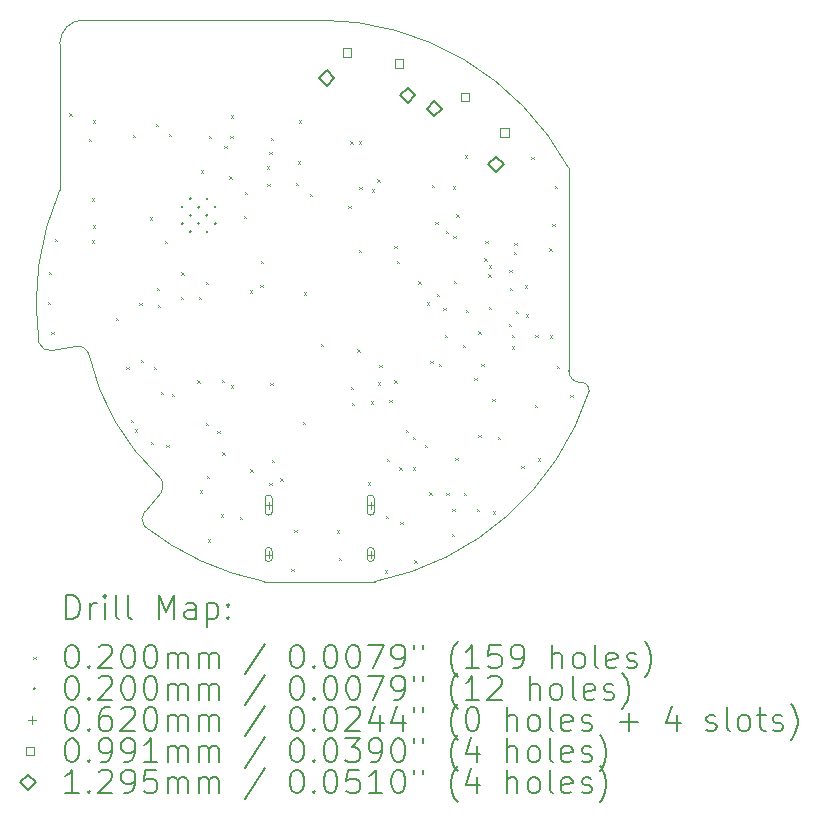
<source format=gbr>
%TF.GenerationSoftware,KiCad,Pcbnew,8.0.5*%
%TF.CreationDate,2025-01-09T20:26:38+01:00*%
%TF.ProjectId,test,74657374-2e6b-4696-9361-645f70636258,rev?*%
%TF.SameCoordinates,PX517370cPY341b1c8*%
%TF.FileFunction,Drillmap*%
%TF.FilePolarity,Positive*%
%FSLAX45Y45*%
G04 Gerber Fmt 4.5, Leading zero omitted, Abs format (unit mm)*
G04 Created by KiCad (PCBNEW 8.0.5) date 2025-01-09 20:26:38*
%MOMM*%
%LPD*%
G01*
G04 APERTURE LIST*
%ADD10C,0.100000*%
%ADD11C,0.200000*%
%ADD12C,0.129540*%
G04 APERTURE END LIST*
D10*
X-1344164Y-1598574D02*
X-1480000Y-1759000D01*
X0Y2400000D02*
G75*
G02*
X2108884Y1145692I0J-2400000D01*
G01*
X-1483930Y-1886181D02*
G75*
G02*
X-1480000Y-1759000I79930J61181D01*
G01*
X-2068000Y-363000D02*
X-2266000Y-398000D01*
X-1360172Y-1465220D02*
G75*
G02*
X-1344164Y-1598574I-67828J-75780D01*
G01*
X-2266000Y-398000D02*
G75*
G02*
X-2376831Y-332996I-17000J98000D01*
G01*
X2108884Y1145692D02*
X2109000Y-569000D01*
X2209031Y-668861D02*
G75*
G02*
X2282072Y-742689I5969J-67139D01*
G01*
X-2200000Y2200000D02*
G75*
G02*
X-2000000Y2400000I200000J0D01*
G01*
X468000Y-2354000D02*
X-469000Y-2354000D01*
X2282072Y-742689D02*
G75*
G02*
X468000Y-2354001I-2282002J742329D01*
G01*
X-468937Y-2353684D02*
G75*
G02*
X-1483930Y-1886181I468937J2353684D01*
G01*
X-1360172Y-1465220D02*
G75*
G02*
X-1950742Y-437658I1360172J1465220D01*
G01*
X2209000Y-669000D02*
G75*
G02*
X2109000Y-569000I0J100000D01*
G01*
X-2200000Y960000D02*
X-2200000Y2200000D01*
X0Y2400000D02*
X-2000000Y2400000D01*
X-2068000Y-363000D02*
G75*
G02*
X-1950742Y-437658I20000J-98000D01*
G01*
X-2376831Y-332996D02*
G75*
G02*
X-2199735Y959884I2376831J332996D01*
G01*
D11*
D10*
X-2302000Y16000D02*
X-2282000Y-4000D01*
X-2282000Y16000D02*
X-2302000Y-4000D01*
X-2291000Y270000D02*
X-2271000Y250000D01*
X-2271000Y270000D02*
X-2291000Y250000D01*
X-2272000Y-240000D02*
X-2252000Y-260000D01*
X-2252000Y-240000D02*
X-2272000Y-260000D01*
X-2240000Y548000D02*
X-2220000Y528000D01*
X-2220000Y548000D02*
X-2240000Y528000D01*
X-2118200Y1610200D02*
X-2098200Y1590200D01*
X-2098200Y1610200D02*
X-2118200Y1590200D01*
X-1955000Y1392000D02*
X-1935000Y1372000D01*
X-1935000Y1392000D02*
X-1955000Y1372000D01*
X-1930000Y890000D02*
X-1910000Y870000D01*
X-1910000Y890000D02*
X-1930000Y870000D01*
X-1927000Y535000D02*
X-1907000Y515000D01*
X-1907000Y535000D02*
X-1927000Y515000D01*
X-1921000Y661000D02*
X-1901000Y641000D01*
X-1901000Y661000D02*
X-1921000Y641000D01*
X-1920000Y1551000D02*
X-1900000Y1531000D01*
X-1900000Y1551000D02*
X-1920000Y1531000D01*
X-1724000Y-120000D02*
X-1704000Y-140000D01*
X-1704000Y-120000D02*
X-1724000Y-140000D01*
X-1637000Y-539000D02*
X-1617000Y-559000D01*
X-1617000Y-539000D02*
X-1637000Y-559000D01*
X-1600000Y-983000D02*
X-1580000Y-1003000D01*
X-1580000Y-983000D02*
X-1600000Y-1003000D01*
X-1584000Y1427000D02*
X-1564000Y1407000D01*
X-1564000Y1427000D02*
X-1584000Y1407000D01*
X-1566000Y-1065000D02*
X-1546000Y-1085000D01*
X-1546000Y-1065000D02*
X-1566000Y-1085000D01*
X-1525000Y3000D02*
X-1505000Y-17000D01*
X-1505000Y3000D02*
X-1525000Y-17000D01*
X-1513000Y-478000D02*
X-1493000Y-498000D01*
X-1493000Y-478000D02*
X-1513000Y-498000D01*
X-1436750Y730000D02*
X-1416750Y710000D01*
X-1416750Y730000D02*
X-1436750Y710000D01*
X-1428000Y-1170000D02*
X-1408000Y-1190000D01*
X-1408000Y-1170000D02*
X-1428000Y-1190000D01*
X-1402000Y-539000D02*
X-1382000Y-559000D01*
X-1382000Y-539000D02*
X-1402000Y-559000D01*
X-1388000Y1523000D02*
X-1368000Y1503000D01*
X-1368000Y1523000D02*
X-1388000Y1503000D01*
X-1381000Y133000D02*
X-1361000Y113000D01*
X-1361000Y133000D02*
X-1381000Y113000D01*
X-1370000Y-10000D02*
X-1350000Y-30000D01*
X-1350000Y-10000D02*
X-1370000Y-30000D01*
X-1346000Y-748000D02*
X-1326000Y-768000D01*
X-1326000Y-748000D02*
X-1346000Y-768000D01*
X-1310000Y530000D02*
X-1290000Y510000D01*
X-1290000Y530000D02*
X-1310000Y510000D01*
X-1299000Y-1199000D02*
X-1279000Y-1219000D01*
X-1279000Y-1199000D02*
X-1299000Y-1219000D01*
X-1275392Y1435748D02*
X-1255392Y1415748D01*
X-1255392Y1435748D02*
X-1275392Y1415748D01*
X-1254000Y-766000D02*
X-1234000Y-786000D01*
X-1234000Y-766000D02*
X-1254000Y-786000D01*
X-1177000Y57000D02*
X-1157000Y37000D01*
X-1157000Y57000D02*
X-1177000Y37000D01*
X-1171000Y264000D02*
X-1151000Y244000D01*
X-1151000Y264000D02*
X-1171000Y244000D01*
X-1035000Y-651000D02*
X-1015000Y-671000D01*
X-1015000Y-651000D02*
X-1035000Y-671000D01*
X-1022000Y57000D02*
X-1002000Y37000D01*
X-1002000Y57000D02*
X-1022000Y37000D01*
X-1014000Y-1582000D02*
X-994000Y-1602000D01*
X-994000Y-1582000D02*
X-1014000Y-1602000D01*
X-1008000Y1127000D02*
X-988000Y1107000D01*
X-988000Y1127000D02*
X-1008000Y1107000D01*
X-963000Y182000D02*
X-943000Y162000D01*
X-943000Y182000D02*
X-963000Y162000D01*
X-961000Y-1008000D02*
X-941000Y-1028000D01*
X-941000Y-1008000D02*
X-961000Y-1028000D01*
X-955000Y-1460000D02*
X-935000Y-1480000D01*
X-935000Y-1460000D02*
X-955000Y-1480000D01*
X-944000Y-1997000D02*
X-924000Y-2017000D01*
X-924000Y-1997000D02*
X-944000Y-2017000D01*
X-936469Y1421469D02*
X-916469Y1401469D01*
X-916469Y1421469D02*
X-936469Y1401469D01*
X-867000Y-1080000D02*
X-847000Y-1100000D01*
X-847000Y-1080000D02*
X-867000Y-1100000D01*
X-839000Y-1786000D02*
X-819000Y-1806000D01*
X-819000Y-1786000D02*
X-839000Y-1806000D01*
X-827000Y-647000D02*
X-807000Y-667000D01*
X-807000Y-647000D02*
X-827000Y-667000D01*
X-824000Y-1259000D02*
X-804000Y-1279000D01*
X-804000Y-1259000D02*
X-824000Y-1279000D01*
X-808000Y1334000D02*
X-788000Y1314000D01*
X-788000Y1334000D02*
X-808000Y1314000D01*
X-765000Y1078000D02*
X-745000Y1058000D01*
X-745000Y1078000D02*
X-765000Y1058000D01*
X-757000Y1419000D02*
X-737000Y1399000D01*
X-737000Y1419000D02*
X-757000Y1399000D01*
X-752000Y1593000D02*
X-732000Y1573000D01*
X-732000Y1593000D02*
X-752000Y1573000D01*
X-750000Y-692000D02*
X-730000Y-712000D01*
X-730000Y-692000D02*
X-750000Y-712000D01*
X-674000Y-1808000D02*
X-654000Y-1828000D01*
X-654000Y-1808000D02*
X-674000Y-1828000D01*
X-644000Y741000D02*
X-624000Y721000D01*
X-624000Y741000D02*
X-644000Y721000D01*
X-635000Y943000D02*
X-615000Y923000D01*
X-615000Y943000D02*
X-635000Y923000D01*
X-591000Y110000D02*
X-571000Y90000D01*
X-571000Y110000D02*
X-591000Y90000D01*
X-588000Y-1403000D02*
X-568000Y-1423000D01*
X-568000Y-1403000D02*
X-588000Y-1423000D01*
X-501000Y156000D02*
X-481000Y136000D01*
X-481000Y156000D02*
X-501000Y136000D01*
X-499000Y360000D02*
X-479000Y340000D01*
X-479000Y360000D02*
X-499000Y340000D01*
X-449000Y1161000D02*
X-429000Y1141000D01*
X-429000Y1161000D02*
X-449000Y1141000D01*
X-444000Y1012000D02*
X-424000Y992000D01*
X-424000Y1012000D02*
X-444000Y992000D01*
X-425000Y-1516000D02*
X-405000Y-1536000D01*
X-405000Y-1516000D02*
X-425000Y-1536000D01*
X-424502Y1281502D02*
X-404502Y1261502D01*
X-404502Y1281502D02*
X-424502Y1261502D01*
X-416000Y-671000D02*
X-396000Y-691000D01*
X-396000Y-671000D02*
X-416000Y-691000D01*
X-414554Y1401000D02*
X-394554Y1381000D01*
X-394554Y1401000D02*
X-414554Y1381000D01*
X-404000Y-1322270D02*
X-384000Y-1342270D01*
X-384000Y-1322270D02*
X-404000Y-1342270D01*
X-334000Y-1481000D02*
X-314000Y-1501000D01*
X-314000Y-1481000D02*
X-334000Y-1501000D01*
X-241000Y-2249000D02*
X-221000Y-2269000D01*
X-221000Y-2249000D02*
X-241000Y-2269000D01*
X-213000Y-1916000D02*
X-193000Y-1936000D01*
X-193000Y-1916000D02*
X-213000Y-1936000D01*
X-204000Y1021000D02*
X-184000Y1001000D01*
X-184000Y1021000D02*
X-204000Y1001000D01*
X-182000Y1203000D02*
X-162000Y1183000D01*
X-162000Y1203000D02*
X-182000Y1183000D01*
X-177000Y1550000D02*
X-157000Y1530000D01*
X-157000Y1550000D02*
X-177000Y1530000D01*
X-143000Y-1002000D02*
X-123000Y-1022000D01*
X-123000Y-1002000D02*
X-143000Y-1022000D01*
X-134000Y93000D02*
X-114000Y73000D01*
X-114000Y93000D02*
X-134000Y73000D01*
X-81359Y926440D02*
X-61359Y906440D01*
X-61359Y926440D02*
X-81359Y906440D01*
X10000Y-339000D02*
X30000Y-359000D01*
X30000Y-339000D02*
X10000Y-359000D01*
X148000Y-1921000D02*
X168000Y-1941000D01*
X168000Y-1921000D02*
X148000Y-1941000D01*
X163000Y-2156000D02*
X183000Y-2176000D01*
X183000Y-2156000D02*
X163000Y-2176000D01*
X243000Y827000D02*
X263000Y807000D01*
X263000Y827000D02*
X243000Y807000D01*
X261000Y1373000D02*
X281000Y1353000D01*
X281000Y1373000D02*
X261000Y1353000D01*
X264000Y-707000D02*
X284000Y-727000D01*
X284000Y-707000D02*
X264000Y-727000D01*
X271000Y-840766D02*
X291000Y-860766D01*
X291000Y-840766D02*
X271000Y-860766D01*
X319000Y-387000D02*
X339000Y-407000D01*
X339000Y-387000D02*
X319000Y-407000D01*
X330000Y455000D02*
X350000Y435000D01*
X350000Y455000D02*
X330000Y435000D01*
X331000Y1374000D02*
X351000Y1354000D01*
X351000Y1374000D02*
X331000Y1354000D01*
X337000Y988000D02*
X357000Y968000D01*
X357000Y988000D02*
X337000Y968000D01*
X407000Y-1513000D02*
X427000Y-1533000D01*
X427000Y-1513000D02*
X407000Y-1533000D01*
X436000Y-828000D02*
X456000Y-848000D01*
X456000Y-828000D02*
X436000Y-848000D01*
X444000Y968000D02*
X464000Y948000D01*
X464000Y968000D02*
X444000Y948000D01*
X490000Y1050000D02*
X510000Y1030000D01*
X510000Y1050000D02*
X490000Y1030000D01*
X495000Y-668000D02*
X515000Y-688000D01*
X515000Y-668000D02*
X495000Y-688000D01*
X506000Y-518000D02*
X526000Y-538000D01*
X526000Y-518000D02*
X506000Y-538000D01*
X550000Y-2260000D02*
X570000Y-2280000D01*
X570000Y-2260000D02*
X550000Y-2280000D01*
X559000Y-1796000D02*
X579000Y-1816000D01*
X579000Y-1796000D02*
X559000Y-1816000D01*
X568000Y-1313000D02*
X588000Y-1333000D01*
X588000Y-1313000D02*
X568000Y-1333000D01*
X591000Y-817000D02*
X611000Y-837000D01*
X611000Y-817000D02*
X591000Y-837000D01*
X632000Y-652000D02*
X652000Y-672000D01*
X652000Y-652000D02*
X632000Y-672000D01*
X632000Y489000D02*
X652000Y469000D01*
X652000Y489000D02*
X632000Y469000D01*
X651000Y363000D02*
X671000Y343000D01*
X671000Y363000D02*
X651000Y343000D01*
X674000Y-1386000D02*
X694000Y-1406000D01*
X694000Y-1386000D02*
X674000Y-1406000D01*
X683000Y-1848000D02*
X703000Y-1868000D01*
X703000Y-1848000D02*
X683000Y-1868000D01*
X729000Y-1068000D02*
X749000Y-1088000D01*
X749000Y-1068000D02*
X729000Y-1088000D01*
X787000Y-1130000D02*
X807000Y-1150000D01*
X807000Y-1130000D02*
X787000Y-1150000D01*
X788000Y-1386000D02*
X808000Y-1406000D01*
X808000Y-1386000D02*
X788000Y-1406000D01*
X803000Y-2175000D02*
X823000Y-2195000D01*
X823000Y-2175000D02*
X803000Y-2195000D01*
X837000Y187000D02*
X857000Y167000D01*
X857000Y187000D02*
X837000Y167000D01*
X889000Y-1195000D02*
X909000Y-1215000D01*
X909000Y-1195000D02*
X889000Y-1215000D01*
X910000Y10000D02*
X930000Y-10000D01*
X930000Y10000D02*
X910000Y-10000D01*
X928000Y-1598000D02*
X948000Y-1618000D01*
X948000Y-1598000D02*
X928000Y-1618000D01*
X936000Y-484000D02*
X956000Y-504000D01*
X956000Y-484000D02*
X936000Y-504000D01*
X950000Y1003000D02*
X970000Y983000D01*
X970000Y1003000D02*
X950000Y983000D01*
X979000Y692000D02*
X999000Y672000D01*
X999000Y692000D02*
X979000Y672000D01*
X990000Y80000D02*
X1010000Y60000D01*
X1010000Y80000D02*
X990000Y60000D01*
X1010000Y-510000D02*
X1030000Y-530000D01*
X1030000Y-510000D02*
X1010000Y-530000D01*
X1046000Y-38000D02*
X1066000Y-58000D01*
X1066000Y-38000D02*
X1046000Y-58000D01*
X1061000Y-266000D02*
X1081000Y-286000D01*
X1081000Y-266000D02*
X1061000Y-286000D01*
X1070000Y614000D02*
X1090000Y594000D01*
X1090000Y614000D02*
X1070000Y594000D01*
X1074000Y-1602000D02*
X1094000Y-1622000D01*
X1094000Y-1602000D02*
X1074000Y-1622000D01*
X1118000Y-1950000D02*
X1138000Y-1970000D01*
X1138000Y-1950000D02*
X1118000Y-1970000D01*
X1124000Y-1740000D02*
X1144000Y-1760000D01*
X1144000Y-1740000D02*
X1124000Y-1760000D01*
X1127000Y991000D02*
X1147000Y971000D01*
X1147000Y991000D02*
X1127000Y971000D01*
X1132000Y571000D02*
X1152000Y551000D01*
X1152000Y571000D02*
X1132000Y551000D01*
X1138151Y193000D02*
X1158151Y173000D01*
X1158151Y193000D02*
X1138151Y173000D01*
X1150000Y-1307000D02*
X1170000Y-1327000D01*
X1170000Y-1307000D02*
X1150000Y-1327000D01*
X1156000Y754000D02*
X1176000Y734000D01*
X1176000Y754000D02*
X1156000Y734000D01*
X1210000Y-350000D02*
X1230000Y-370000D01*
X1230000Y-350000D02*
X1210000Y-370000D01*
X1220000Y-1604000D02*
X1240000Y-1624000D01*
X1240000Y-1604000D02*
X1220000Y-1624000D01*
X1229000Y1255000D02*
X1249000Y1235000D01*
X1249000Y1255000D02*
X1229000Y1235000D01*
X1236000Y-55000D02*
X1256000Y-75000D01*
X1256000Y-55000D02*
X1236000Y-75000D01*
X1310000Y-630000D02*
X1330000Y-650000D01*
X1330000Y-630000D02*
X1310000Y-650000D01*
X1330000Y-1740000D02*
X1350000Y-1760000D01*
X1350000Y-1740000D02*
X1330000Y-1760000D01*
X1343000Y-1111000D02*
X1363000Y-1131000D01*
X1363000Y-1111000D02*
X1343000Y-1131000D01*
X1343498Y-236340D02*
X1363498Y-256340D01*
X1363498Y-236340D02*
X1343498Y-256340D01*
X1370000Y-510000D02*
X1390000Y-530000D01*
X1390000Y-510000D02*
X1370000Y-530000D01*
X1395000Y382000D02*
X1415000Y362000D01*
X1415000Y382000D02*
X1395000Y362000D01*
X1402000Y533000D02*
X1422000Y513000D01*
X1422000Y533000D02*
X1402000Y513000D01*
X1428000Y248000D02*
X1448000Y228000D01*
X1448000Y248000D02*
X1428000Y228000D01*
X1430000Y-30000D02*
X1450000Y-50000D01*
X1450000Y-30000D02*
X1430000Y-50000D01*
X1433000Y323000D02*
X1453000Y303000D01*
X1453000Y323000D02*
X1433000Y303000D01*
X1461000Y-805000D02*
X1481000Y-825000D01*
X1481000Y-805000D02*
X1461000Y-825000D01*
X1465000Y-1761000D02*
X1485000Y-1781000D01*
X1485000Y-1761000D02*
X1465000Y-1781000D01*
X1510000Y-1130000D02*
X1530000Y-1150000D01*
X1530000Y-1130000D02*
X1510000Y-1150000D01*
X1603000Y-170000D02*
X1623000Y-190000D01*
X1623000Y-170000D02*
X1603000Y-190000D01*
X1607000Y285000D02*
X1627000Y265000D01*
X1627000Y285000D02*
X1607000Y265000D01*
X1613000Y135000D02*
X1633000Y115000D01*
X1633000Y135000D02*
X1613000Y115000D01*
X1625414Y-266000D02*
X1645414Y-286000D01*
X1645414Y-266000D02*
X1625414Y-286000D01*
X1628000Y-364000D02*
X1648000Y-384000D01*
X1648000Y-364000D02*
X1628000Y-384000D01*
X1645000Y436000D02*
X1665000Y416000D01*
X1665000Y436000D02*
X1645000Y416000D01*
X1647938Y511062D02*
X1667938Y491062D01*
X1667938Y511062D02*
X1647938Y491062D01*
X1659000Y-64000D02*
X1679000Y-84000D01*
X1679000Y-64000D02*
X1659000Y-84000D01*
X1709000Y-1376000D02*
X1729000Y-1396000D01*
X1729000Y-1376000D02*
X1709000Y-1396000D01*
X1735000Y155000D02*
X1755000Y135000D01*
X1755000Y155000D02*
X1735000Y135000D01*
X1745000Y-92000D02*
X1765000Y-112000D01*
X1765000Y-92000D02*
X1745000Y-112000D01*
X1791000Y1244000D02*
X1811000Y1224000D01*
X1811000Y1244000D02*
X1791000Y1224000D01*
X1822172Y-860000D02*
X1842172Y-880000D01*
X1842172Y-860000D02*
X1822172Y-880000D01*
X1825000Y-266000D02*
X1845000Y-286000D01*
X1845000Y-266000D02*
X1825000Y-286000D01*
X1850000Y-1310000D02*
X1870000Y-1330000D01*
X1870000Y-1310000D02*
X1850000Y-1330000D01*
X1946000Y466000D02*
X1966000Y446000D01*
X1966000Y466000D02*
X1946000Y446000D01*
X1947000Y-270000D02*
X1967000Y-290000D01*
X1967000Y-270000D02*
X1947000Y-290000D01*
X1969000Y675000D02*
X1989000Y655000D01*
X1989000Y675000D02*
X1969000Y655000D01*
X1989000Y997000D02*
X2009000Y977000D01*
X2009000Y997000D02*
X1989000Y977000D01*
X2007249Y-529750D02*
X2027249Y-549750D01*
X2027249Y-529750D02*
X2007249Y-549750D01*
X2122000Y-771000D02*
X2142000Y-791000D01*
X2142000Y-771000D02*
X2122000Y-791000D01*
X-1154500Y816000D02*
G75*
G02*
X-1174500Y816000I-10000J0D01*
G01*
X-1174500Y816000D02*
G75*
G02*
X-1154500Y816000I10000J0D01*
G01*
X-1154500Y676000D02*
G75*
G02*
X-1174500Y676000I-10000J0D01*
G01*
X-1174500Y676000D02*
G75*
G02*
X-1154500Y676000I10000J0D01*
G01*
X-1084500Y886000D02*
G75*
G02*
X-1104500Y886000I-10000J0D01*
G01*
X-1104500Y886000D02*
G75*
G02*
X-1084500Y886000I10000J0D01*
G01*
X-1084500Y746000D02*
G75*
G02*
X-1104500Y746000I-10000J0D01*
G01*
X-1104500Y746000D02*
G75*
G02*
X-1084500Y746000I10000J0D01*
G01*
X-1084500Y606000D02*
G75*
G02*
X-1104500Y606000I-10000J0D01*
G01*
X-1104500Y606000D02*
G75*
G02*
X-1084500Y606000I10000J0D01*
G01*
X-1014500Y816000D02*
G75*
G02*
X-1034500Y816000I-10000J0D01*
G01*
X-1034500Y816000D02*
G75*
G02*
X-1014500Y816000I10000J0D01*
G01*
X-1014500Y676000D02*
G75*
G02*
X-1034500Y676000I-10000J0D01*
G01*
X-1034500Y676000D02*
G75*
G02*
X-1014500Y676000I10000J0D01*
G01*
X-944500Y886000D02*
G75*
G02*
X-964500Y886000I-10000J0D01*
G01*
X-964500Y886000D02*
G75*
G02*
X-944500Y886000I10000J0D01*
G01*
X-944500Y746000D02*
G75*
G02*
X-964500Y746000I-10000J0D01*
G01*
X-964500Y746000D02*
G75*
G02*
X-944500Y746000I10000J0D01*
G01*
X-944500Y606000D02*
G75*
G02*
X-964500Y606000I-10000J0D01*
G01*
X-964500Y606000D02*
G75*
G02*
X-944500Y606000I10000J0D01*
G01*
X-874500Y816000D02*
G75*
G02*
X-894500Y816000I-10000J0D01*
G01*
X-894500Y816000D02*
G75*
G02*
X-874500Y816000I10000J0D01*
G01*
X-874500Y676000D02*
G75*
G02*
X-894500Y676000I-10000J0D01*
G01*
X-894500Y676000D02*
G75*
G02*
X-874500Y676000I10000J0D01*
G01*
X-432000Y-1677000D02*
X-432000Y-1739000D01*
X-463000Y-1708000D02*
X-401000Y-1708000D01*
X-463000Y-1654000D02*
X-463000Y-1762000D01*
X-401000Y-1762000D02*
G75*
G02*
X-463000Y-1762000I-31000J0D01*
G01*
X-401000Y-1762000D02*
X-401000Y-1654000D01*
X-401000Y-1654000D02*
G75*
G03*
X-463000Y-1654000I-31000J0D01*
G01*
X-432000Y-2095000D02*
X-432000Y-2157000D01*
X-463000Y-2126000D02*
X-401000Y-2126000D01*
X-463000Y-2097000D02*
X-463000Y-2155000D01*
X-401000Y-2155000D02*
G75*
G02*
X-463000Y-2155000I-31000J0D01*
G01*
X-401000Y-2155000D02*
X-401000Y-2097000D01*
X-401000Y-2097000D02*
G75*
G03*
X-463000Y-2097000I-31000J0D01*
G01*
X432000Y-1677000D02*
X432000Y-1739000D01*
X401000Y-1708000D02*
X463000Y-1708000D01*
X401000Y-1654000D02*
X401000Y-1762000D01*
X463000Y-1762000D02*
G75*
G02*
X401000Y-1762000I-31000J0D01*
G01*
X463000Y-1762000D02*
X463000Y-1654000D01*
X463000Y-1654000D02*
G75*
G03*
X401000Y-1654000I-31000J0D01*
G01*
X432000Y-2095000D02*
X432000Y-2157000D01*
X401000Y-2126000D02*
X463000Y-2126000D01*
X401000Y-2097000D02*
X401000Y-2155000D01*
X463000Y-2155000D02*
G75*
G02*
X401000Y-2155000I-31000J0D01*
G01*
X463000Y-2155000D02*
X463000Y-2097000D01*
X463000Y-2097000D02*
G75*
G03*
X401000Y-2097000I-31000J0D01*
G01*
X269519Y2090482D02*
X269519Y2160529D01*
X199472Y2160529D01*
X199472Y2090482D01*
X269519Y2090482D01*
X709685Y1996922D02*
X709685Y2066968D01*
X639639Y2066968D01*
X639639Y1996922D01*
X709685Y1996922D01*
X1266685Y1713922D02*
X1266685Y1783968D01*
X1196639Y1783968D01*
X1196639Y1713922D01*
X1266685Y1713922D01*
X1601100Y1412813D02*
X1601100Y1482860D01*
X1531054Y1482860D01*
X1531054Y1412813D01*
X1601100Y1412813D01*
D12*
X59962Y1843240D02*
X124732Y1908010D01*
X59962Y1972780D01*
X-4808Y1908010D01*
X59962Y1843240D01*
X745643Y1697494D02*
X810413Y1762264D01*
X745643Y1827034D01*
X680873Y1762264D01*
X745643Y1697494D01*
X971764Y1583086D02*
X1036534Y1647856D01*
X971764Y1712626D01*
X906994Y1647856D01*
X971764Y1583086D01*
X1492708Y1114025D02*
X1557478Y1178795D01*
X1492708Y1243565D01*
X1427938Y1178795D01*
X1492708Y1114025D01*
D11*
X-2144267Y-2670484D02*
X-2144267Y-2470484D01*
X-2144267Y-2470484D02*
X-2096648Y-2470484D01*
X-2096648Y-2470484D02*
X-2068077Y-2480008D01*
X-2068077Y-2480008D02*
X-2049029Y-2499055D01*
X-2049029Y-2499055D02*
X-2039505Y-2518103D01*
X-2039505Y-2518103D02*
X-2029982Y-2556198D01*
X-2029982Y-2556198D02*
X-2029982Y-2584770D01*
X-2029982Y-2584770D02*
X-2039505Y-2622865D01*
X-2039505Y-2622865D02*
X-2049029Y-2641912D01*
X-2049029Y-2641912D02*
X-2068077Y-2660960D01*
X-2068077Y-2660960D02*
X-2096648Y-2670484D01*
X-2096648Y-2670484D02*
X-2144267Y-2670484D01*
X-1944267Y-2670484D02*
X-1944267Y-2537150D01*
X-1944267Y-2575246D02*
X-1934743Y-2556198D01*
X-1934743Y-2556198D02*
X-1925220Y-2546674D01*
X-1925220Y-2546674D02*
X-1906172Y-2537150D01*
X-1906172Y-2537150D02*
X-1887124Y-2537150D01*
X-1820458Y-2670484D02*
X-1820458Y-2537150D01*
X-1820458Y-2470484D02*
X-1829982Y-2480008D01*
X-1829982Y-2480008D02*
X-1820458Y-2489531D01*
X-1820458Y-2489531D02*
X-1810934Y-2480008D01*
X-1810934Y-2480008D02*
X-1820458Y-2470484D01*
X-1820458Y-2470484D02*
X-1820458Y-2489531D01*
X-1696648Y-2670484D02*
X-1715696Y-2660960D01*
X-1715696Y-2660960D02*
X-1725220Y-2641912D01*
X-1725220Y-2641912D02*
X-1725220Y-2470484D01*
X-1591886Y-2670484D02*
X-1610934Y-2660960D01*
X-1610934Y-2660960D02*
X-1620458Y-2641912D01*
X-1620458Y-2641912D02*
X-1620458Y-2470484D01*
X-1363315Y-2670484D02*
X-1363315Y-2470484D01*
X-1363315Y-2470484D02*
X-1296648Y-2613341D01*
X-1296648Y-2613341D02*
X-1229982Y-2470484D01*
X-1229982Y-2470484D02*
X-1229982Y-2670484D01*
X-1049029Y-2670484D02*
X-1049029Y-2565722D01*
X-1049029Y-2565722D02*
X-1058553Y-2546674D01*
X-1058553Y-2546674D02*
X-1077601Y-2537150D01*
X-1077601Y-2537150D02*
X-1115696Y-2537150D01*
X-1115696Y-2537150D02*
X-1134744Y-2546674D01*
X-1049029Y-2660960D02*
X-1068077Y-2670484D01*
X-1068077Y-2670484D02*
X-1115696Y-2670484D01*
X-1115696Y-2670484D02*
X-1134744Y-2660960D01*
X-1134744Y-2660960D02*
X-1144267Y-2641912D01*
X-1144267Y-2641912D02*
X-1144267Y-2622865D01*
X-1144267Y-2622865D02*
X-1134744Y-2603817D01*
X-1134744Y-2603817D02*
X-1115696Y-2594293D01*
X-1115696Y-2594293D02*
X-1068077Y-2594293D01*
X-1068077Y-2594293D02*
X-1049029Y-2584770D01*
X-953791Y-2537150D02*
X-953791Y-2737150D01*
X-953791Y-2546674D02*
X-934743Y-2537150D01*
X-934743Y-2537150D02*
X-896648Y-2537150D01*
X-896648Y-2537150D02*
X-877601Y-2546674D01*
X-877601Y-2546674D02*
X-868077Y-2556198D01*
X-868077Y-2556198D02*
X-858553Y-2575246D01*
X-858553Y-2575246D02*
X-858553Y-2632389D01*
X-858553Y-2632389D02*
X-868077Y-2651436D01*
X-868077Y-2651436D02*
X-877601Y-2660960D01*
X-877601Y-2660960D02*
X-896648Y-2670484D01*
X-896648Y-2670484D02*
X-934743Y-2670484D01*
X-934743Y-2670484D02*
X-953791Y-2660960D01*
X-772839Y-2651436D02*
X-763315Y-2660960D01*
X-763315Y-2660960D02*
X-772839Y-2670484D01*
X-772839Y-2670484D02*
X-782362Y-2660960D01*
X-782362Y-2660960D02*
X-772839Y-2651436D01*
X-772839Y-2651436D02*
X-772839Y-2670484D01*
X-772839Y-2546674D02*
X-763315Y-2556198D01*
X-763315Y-2556198D02*
X-772839Y-2565722D01*
X-772839Y-2565722D02*
X-782362Y-2556198D01*
X-782362Y-2556198D02*
X-772839Y-2546674D01*
X-772839Y-2546674D02*
X-772839Y-2565722D01*
D10*
X-2425044Y-2989000D02*
X-2405044Y-3009000D01*
X-2405044Y-2989000D02*
X-2425044Y-3009000D01*
D11*
X-2106172Y-2890484D02*
X-2087124Y-2890484D01*
X-2087124Y-2890484D02*
X-2068077Y-2900008D01*
X-2068077Y-2900008D02*
X-2058553Y-2909531D01*
X-2058553Y-2909531D02*
X-2049029Y-2928579D01*
X-2049029Y-2928579D02*
X-2039505Y-2966674D01*
X-2039505Y-2966674D02*
X-2039505Y-3014293D01*
X-2039505Y-3014293D02*
X-2049029Y-3052388D01*
X-2049029Y-3052388D02*
X-2058553Y-3071436D01*
X-2058553Y-3071436D02*
X-2068077Y-3080960D01*
X-2068077Y-3080960D02*
X-2087124Y-3090484D01*
X-2087124Y-3090484D02*
X-2106172Y-3090484D01*
X-2106172Y-3090484D02*
X-2125220Y-3080960D01*
X-2125220Y-3080960D02*
X-2134744Y-3071436D01*
X-2134744Y-3071436D02*
X-2144267Y-3052388D01*
X-2144267Y-3052388D02*
X-2153791Y-3014293D01*
X-2153791Y-3014293D02*
X-2153791Y-2966674D01*
X-2153791Y-2966674D02*
X-2144267Y-2928579D01*
X-2144267Y-2928579D02*
X-2134744Y-2909531D01*
X-2134744Y-2909531D02*
X-2125220Y-2900008D01*
X-2125220Y-2900008D02*
X-2106172Y-2890484D01*
X-1953791Y-3071436D02*
X-1944267Y-3080960D01*
X-1944267Y-3080960D02*
X-1953791Y-3090484D01*
X-1953791Y-3090484D02*
X-1963315Y-3080960D01*
X-1963315Y-3080960D02*
X-1953791Y-3071436D01*
X-1953791Y-3071436D02*
X-1953791Y-3090484D01*
X-1868077Y-2909531D02*
X-1858553Y-2900008D01*
X-1858553Y-2900008D02*
X-1839505Y-2890484D01*
X-1839505Y-2890484D02*
X-1791886Y-2890484D01*
X-1791886Y-2890484D02*
X-1772839Y-2900008D01*
X-1772839Y-2900008D02*
X-1763315Y-2909531D01*
X-1763315Y-2909531D02*
X-1753791Y-2928579D01*
X-1753791Y-2928579D02*
X-1753791Y-2947627D01*
X-1753791Y-2947627D02*
X-1763315Y-2976198D01*
X-1763315Y-2976198D02*
X-1877601Y-3090484D01*
X-1877601Y-3090484D02*
X-1753791Y-3090484D01*
X-1629982Y-2890484D02*
X-1610934Y-2890484D01*
X-1610934Y-2890484D02*
X-1591886Y-2900008D01*
X-1591886Y-2900008D02*
X-1582362Y-2909531D01*
X-1582362Y-2909531D02*
X-1572839Y-2928579D01*
X-1572839Y-2928579D02*
X-1563315Y-2966674D01*
X-1563315Y-2966674D02*
X-1563315Y-3014293D01*
X-1563315Y-3014293D02*
X-1572839Y-3052388D01*
X-1572839Y-3052388D02*
X-1582362Y-3071436D01*
X-1582362Y-3071436D02*
X-1591886Y-3080960D01*
X-1591886Y-3080960D02*
X-1610934Y-3090484D01*
X-1610934Y-3090484D02*
X-1629982Y-3090484D01*
X-1629982Y-3090484D02*
X-1649029Y-3080960D01*
X-1649029Y-3080960D02*
X-1658553Y-3071436D01*
X-1658553Y-3071436D02*
X-1668077Y-3052388D01*
X-1668077Y-3052388D02*
X-1677601Y-3014293D01*
X-1677601Y-3014293D02*
X-1677601Y-2966674D01*
X-1677601Y-2966674D02*
X-1668077Y-2928579D01*
X-1668077Y-2928579D02*
X-1658553Y-2909531D01*
X-1658553Y-2909531D02*
X-1649029Y-2900008D01*
X-1649029Y-2900008D02*
X-1629982Y-2890484D01*
X-1439505Y-2890484D02*
X-1420458Y-2890484D01*
X-1420458Y-2890484D02*
X-1401410Y-2900008D01*
X-1401410Y-2900008D02*
X-1391886Y-2909531D01*
X-1391886Y-2909531D02*
X-1382363Y-2928579D01*
X-1382363Y-2928579D02*
X-1372839Y-2966674D01*
X-1372839Y-2966674D02*
X-1372839Y-3014293D01*
X-1372839Y-3014293D02*
X-1382363Y-3052388D01*
X-1382363Y-3052388D02*
X-1391886Y-3071436D01*
X-1391886Y-3071436D02*
X-1401410Y-3080960D01*
X-1401410Y-3080960D02*
X-1420458Y-3090484D01*
X-1420458Y-3090484D02*
X-1439505Y-3090484D01*
X-1439505Y-3090484D02*
X-1458553Y-3080960D01*
X-1458553Y-3080960D02*
X-1468077Y-3071436D01*
X-1468077Y-3071436D02*
X-1477601Y-3052388D01*
X-1477601Y-3052388D02*
X-1487124Y-3014293D01*
X-1487124Y-3014293D02*
X-1487124Y-2966674D01*
X-1487124Y-2966674D02*
X-1477601Y-2928579D01*
X-1477601Y-2928579D02*
X-1468077Y-2909531D01*
X-1468077Y-2909531D02*
X-1458553Y-2900008D01*
X-1458553Y-2900008D02*
X-1439505Y-2890484D01*
X-1287124Y-3090484D02*
X-1287124Y-2957150D01*
X-1287124Y-2976198D02*
X-1277601Y-2966674D01*
X-1277601Y-2966674D02*
X-1258553Y-2957150D01*
X-1258553Y-2957150D02*
X-1229982Y-2957150D01*
X-1229982Y-2957150D02*
X-1210934Y-2966674D01*
X-1210934Y-2966674D02*
X-1201410Y-2985722D01*
X-1201410Y-2985722D02*
X-1201410Y-3090484D01*
X-1201410Y-2985722D02*
X-1191886Y-2966674D01*
X-1191886Y-2966674D02*
X-1172839Y-2957150D01*
X-1172839Y-2957150D02*
X-1144267Y-2957150D01*
X-1144267Y-2957150D02*
X-1125220Y-2966674D01*
X-1125220Y-2966674D02*
X-1115696Y-2985722D01*
X-1115696Y-2985722D02*
X-1115696Y-3090484D01*
X-1020458Y-3090484D02*
X-1020458Y-2957150D01*
X-1020458Y-2976198D02*
X-1010934Y-2966674D01*
X-1010934Y-2966674D02*
X-991886Y-2957150D01*
X-991886Y-2957150D02*
X-963315Y-2957150D01*
X-963315Y-2957150D02*
X-944267Y-2966674D01*
X-944267Y-2966674D02*
X-934743Y-2985722D01*
X-934743Y-2985722D02*
X-934743Y-3090484D01*
X-934743Y-2985722D02*
X-925220Y-2966674D01*
X-925220Y-2966674D02*
X-906172Y-2957150D01*
X-906172Y-2957150D02*
X-877601Y-2957150D01*
X-877601Y-2957150D02*
X-858553Y-2966674D01*
X-858553Y-2966674D02*
X-849029Y-2985722D01*
X-849029Y-2985722D02*
X-849029Y-3090484D01*
X-458553Y-2880960D02*
X-629981Y-3138103D01*
X-201410Y-2890484D02*
X-182362Y-2890484D01*
X-182362Y-2890484D02*
X-163315Y-2900008D01*
X-163315Y-2900008D02*
X-153791Y-2909531D01*
X-153791Y-2909531D02*
X-144267Y-2928579D01*
X-144267Y-2928579D02*
X-134743Y-2966674D01*
X-134743Y-2966674D02*
X-134743Y-3014293D01*
X-134743Y-3014293D02*
X-144267Y-3052388D01*
X-144267Y-3052388D02*
X-153791Y-3071436D01*
X-153791Y-3071436D02*
X-163315Y-3080960D01*
X-163315Y-3080960D02*
X-182362Y-3090484D01*
X-182362Y-3090484D02*
X-201410Y-3090484D01*
X-201410Y-3090484D02*
X-220458Y-3080960D01*
X-220458Y-3080960D02*
X-229981Y-3071436D01*
X-229981Y-3071436D02*
X-239505Y-3052388D01*
X-239505Y-3052388D02*
X-249029Y-3014293D01*
X-249029Y-3014293D02*
X-249029Y-2966674D01*
X-249029Y-2966674D02*
X-239505Y-2928579D01*
X-239505Y-2928579D02*
X-229981Y-2909531D01*
X-229981Y-2909531D02*
X-220458Y-2900008D01*
X-220458Y-2900008D02*
X-201410Y-2890484D01*
X-49029Y-3071436D02*
X-39505Y-3080960D01*
X-39505Y-3080960D02*
X-49029Y-3090484D01*
X-49029Y-3090484D02*
X-58553Y-3080960D01*
X-58553Y-3080960D02*
X-49029Y-3071436D01*
X-49029Y-3071436D02*
X-49029Y-3090484D01*
X84304Y-2890484D02*
X103352Y-2890484D01*
X103352Y-2890484D02*
X122400Y-2900008D01*
X122400Y-2900008D02*
X131923Y-2909531D01*
X131923Y-2909531D02*
X141447Y-2928579D01*
X141447Y-2928579D02*
X150971Y-2966674D01*
X150971Y-2966674D02*
X150971Y-3014293D01*
X150971Y-3014293D02*
X141447Y-3052388D01*
X141447Y-3052388D02*
X131923Y-3071436D01*
X131923Y-3071436D02*
X122400Y-3080960D01*
X122400Y-3080960D02*
X103352Y-3090484D01*
X103352Y-3090484D02*
X84304Y-3090484D01*
X84304Y-3090484D02*
X65257Y-3080960D01*
X65257Y-3080960D02*
X55733Y-3071436D01*
X55733Y-3071436D02*
X46209Y-3052388D01*
X46209Y-3052388D02*
X36685Y-3014293D01*
X36685Y-3014293D02*
X36685Y-2966674D01*
X36685Y-2966674D02*
X46209Y-2928579D01*
X46209Y-2928579D02*
X55733Y-2909531D01*
X55733Y-2909531D02*
X65257Y-2900008D01*
X65257Y-2900008D02*
X84304Y-2890484D01*
X274781Y-2890484D02*
X293828Y-2890484D01*
X293828Y-2890484D02*
X312876Y-2900008D01*
X312876Y-2900008D02*
X322400Y-2909531D01*
X322400Y-2909531D02*
X331923Y-2928579D01*
X331923Y-2928579D02*
X341447Y-2966674D01*
X341447Y-2966674D02*
X341447Y-3014293D01*
X341447Y-3014293D02*
X331923Y-3052388D01*
X331923Y-3052388D02*
X322400Y-3071436D01*
X322400Y-3071436D02*
X312876Y-3080960D01*
X312876Y-3080960D02*
X293828Y-3090484D01*
X293828Y-3090484D02*
X274781Y-3090484D01*
X274781Y-3090484D02*
X255733Y-3080960D01*
X255733Y-3080960D02*
X246209Y-3071436D01*
X246209Y-3071436D02*
X236685Y-3052388D01*
X236685Y-3052388D02*
X227161Y-3014293D01*
X227161Y-3014293D02*
X227161Y-2966674D01*
X227161Y-2966674D02*
X236685Y-2928579D01*
X236685Y-2928579D02*
X246209Y-2909531D01*
X246209Y-2909531D02*
X255733Y-2900008D01*
X255733Y-2900008D02*
X274781Y-2890484D01*
X408114Y-2890484D02*
X541447Y-2890484D01*
X541447Y-2890484D02*
X455733Y-3090484D01*
X627162Y-3090484D02*
X665257Y-3090484D01*
X665257Y-3090484D02*
X684304Y-3080960D01*
X684304Y-3080960D02*
X693828Y-3071436D01*
X693828Y-3071436D02*
X712876Y-3042865D01*
X712876Y-3042865D02*
X722400Y-3004769D01*
X722400Y-3004769D02*
X722400Y-2928579D01*
X722400Y-2928579D02*
X712876Y-2909531D01*
X712876Y-2909531D02*
X703352Y-2900008D01*
X703352Y-2900008D02*
X684304Y-2890484D01*
X684304Y-2890484D02*
X646209Y-2890484D01*
X646209Y-2890484D02*
X627162Y-2900008D01*
X627162Y-2900008D02*
X617638Y-2909531D01*
X617638Y-2909531D02*
X608114Y-2928579D01*
X608114Y-2928579D02*
X608114Y-2976198D01*
X608114Y-2976198D02*
X617638Y-2995246D01*
X617638Y-2995246D02*
X627162Y-3004769D01*
X627162Y-3004769D02*
X646209Y-3014293D01*
X646209Y-3014293D02*
X684304Y-3014293D01*
X684304Y-3014293D02*
X703352Y-3004769D01*
X703352Y-3004769D02*
X712876Y-2995246D01*
X712876Y-2995246D02*
X722400Y-2976198D01*
X798590Y-2890484D02*
X798590Y-2928579D01*
X874781Y-2890484D02*
X874781Y-2928579D01*
X1170019Y-3166674D02*
X1160495Y-3157150D01*
X1160495Y-3157150D02*
X1141447Y-3128579D01*
X1141447Y-3128579D02*
X1131924Y-3109531D01*
X1131924Y-3109531D02*
X1122400Y-3080960D01*
X1122400Y-3080960D02*
X1112876Y-3033341D01*
X1112876Y-3033341D02*
X1112876Y-2995246D01*
X1112876Y-2995246D02*
X1122400Y-2947627D01*
X1122400Y-2947627D02*
X1131924Y-2919055D01*
X1131924Y-2919055D02*
X1141447Y-2900008D01*
X1141447Y-2900008D02*
X1160495Y-2871436D01*
X1160495Y-2871436D02*
X1170019Y-2861912D01*
X1350971Y-3090484D02*
X1236685Y-3090484D01*
X1293828Y-3090484D02*
X1293828Y-2890484D01*
X1293828Y-2890484D02*
X1274781Y-2919055D01*
X1274781Y-2919055D02*
X1255733Y-2938103D01*
X1255733Y-2938103D02*
X1236685Y-2947627D01*
X1531923Y-2890484D02*
X1436685Y-2890484D01*
X1436685Y-2890484D02*
X1427162Y-2985722D01*
X1427162Y-2985722D02*
X1436685Y-2976198D01*
X1436685Y-2976198D02*
X1455733Y-2966674D01*
X1455733Y-2966674D02*
X1503352Y-2966674D01*
X1503352Y-2966674D02*
X1522400Y-2976198D01*
X1522400Y-2976198D02*
X1531923Y-2985722D01*
X1531923Y-2985722D02*
X1541447Y-3004769D01*
X1541447Y-3004769D02*
X1541447Y-3052388D01*
X1541447Y-3052388D02*
X1531923Y-3071436D01*
X1531923Y-3071436D02*
X1522400Y-3080960D01*
X1522400Y-3080960D02*
X1503352Y-3090484D01*
X1503352Y-3090484D02*
X1455733Y-3090484D01*
X1455733Y-3090484D02*
X1436685Y-3080960D01*
X1436685Y-3080960D02*
X1427162Y-3071436D01*
X1636685Y-3090484D02*
X1674781Y-3090484D01*
X1674781Y-3090484D02*
X1693828Y-3080960D01*
X1693828Y-3080960D02*
X1703352Y-3071436D01*
X1703352Y-3071436D02*
X1722400Y-3042865D01*
X1722400Y-3042865D02*
X1731923Y-3004769D01*
X1731923Y-3004769D02*
X1731923Y-2928579D01*
X1731923Y-2928579D02*
X1722400Y-2909531D01*
X1722400Y-2909531D02*
X1712876Y-2900008D01*
X1712876Y-2900008D02*
X1693828Y-2890484D01*
X1693828Y-2890484D02*
X1655733Y-2890484D01*
X1655733Y-2890484D02*
X1636685Y-2900008D01*
X1636685Y-2900008D02*
X1627162Y-2909531D01*
X1627162Y-2909531D02*
X1617638Y-2928579D01*
X1617638Y-2928579D02*
X1617638Y-2976198D01*
X1617638Y-2976198D02*
X1627162Y-2995246D01*
X1627162Y-2995246D02*
X1636685Y-3004769D01*
X1636685Y-3004769D02*
X1655733Y-3014293D01*
X1655733Y-3014293D02*
X1693828Y-3014293D01*
X1693828Y-3014293D02*
X1712876Y-3004769D01*
X1712876Y-3004769D02*
X1722400Y-2995246D01*
X1722400Y-2995246D02*
X1731923Y-2976198D01*
X1970019Y-3090484D02*
X1970019Y-2890484D01*
X2055733Y-3090484D02*
X2055733Y-2985722D01*
X2055733Y-2985722D02*
X2046209Y-2966674D01*
X2046209Y-2966674D02*
X2027162Y-2957150D01*
X2027162Y-2957150D02*
X1998590Y-2957150D01*
X1998590Y-2957150D02*
X1979543Y-2966674D01*
X1979543Y-2966674D02*
X1970019Y-2976198D01*
X2179543Y-3090484D02*
X2160495Y-3080960D01*
X2160495Y-3080960D02*
X2150971Y-3071436D01*
X2150971Y-3071436D02*
X2141447Y-3052388D01*
X2141447Y-3052388D02*
X2141447Y-2995246D01*
X2141447Y-2995246D02*
X2150971Y-2976198D01*
X2150971Y-2976198D02*
X2160495Y-2966674D01*
X2160495Y-2966674D02*
X2179543Y-2957150D01*
X2179543Y-2957150D02*
X2208114Y-2957150D01*
X2208114Y-2957150D02*
X2227162Y-2966674D01*
X2227162Y-2966674D02*
X2236686Y-2976198D01*
X2236686Y-2976198D02*
X2246209Y-2995246D01*
X2246209Y-2995246D02*
X2246209Y-3052388D01*
X2246209Y-3052388D02*
X2236686Y-3071436D01*
X2236686Y-3071436D02*
X2227162Y-3080960D01*
X2227162Y-3080960D02*
X2208114Y-3090484D01*
X2208114Y-3090484D02*
X2179543Y-3090484D01*
X2360495Y-3090484D02*
X2341447Y-3080960D01*
X2341447Y-3080960D02*
X2331924Y-3061912D01*
X2331924Y-3061912D02*
X2331924Y-2890484D01*
X2512876Y-3080960D02*
X2493828Y-3090484D01*
X2493828Y-3090484D02*
X2455733Y-3090484D01*
X2455733Y-3090484D02*
X2436686Y-3080960D01*
X2436686Y-3080960D02*
X2427162Y-3061912D01*
X2427162Y-3061912D02*
X2427162Y-2985722D01*
X2427162Y-2985722D02*
X2436686Y-2966674D01*
X2436686Y-2966674D02*
X2455733Y-2957150D01*
X2455733Y-2957150D02*
X2493828Y-2957150D01*
X2493828Y-2957150D02*
X2512876Y-2966674D01*
X2512876Y-2966674D02*
X2522400Y-2985722D01*
X2522400Y-2985722D02*
X2522400Y-3004769D01*
X2522400Y-3004769D02*
X2427162Y-3023817D01*
X2598590Y-3080960D02*
X2617638Y-3090484D01*
X2617638Y-3090484D02*
X2655733Y-3090484D01*
X2655733Y-3090484D02*
X2674781Y-3080960D01*
X2674781Y-3080960D02*
X2684305Y-3061912D01*
X2684305Y-3061912D02*
X2684305Y-3052388D01*
X2684305Y-3052388D02*
X2674781Y-3033341D01*
X2674781Y-3033341D02*
X2655733Y-3023817D01*
X2655733Y-3023817D02*
X2627162Y-3023817D01*
X2627162Y-3023817D02*
X2608114Y-3014293D01*
X2608114Y-3014293D02*
X2598590Y-2995246D01*
X2598590Y-2995246D02*
X2598590Y-2985722D01*
X2598590Y-2985722D02*
X2608114Y-2966674D01*
X2608114Y-2966674D02*
X2627162Y-2957150D01*
X2627162Y-2957150D02*
X2655733Y-2957150D01*
X2655733Y-2957150D02*
X2674781Y-2966674D01*
X2750971Y-3166674D02*
X2760495Y-3157150D01*
X2760495Y-3157150D02*
X2779543Y-3128579D01*
X2779543Y-3128579D02*
X2789067Y-3109531D01*
X2789067Y-3109531D02*
X2798590Y-3080960D01*
X2798590Y-3080960D02*
X2808114Y-3033341D01*
X2808114Y-3033341D02*
X2808114Y-2995246D01*
X2808114Y-2995246D02*
X2798590Y-2947627D01*
X2798590Y-2947627D02*
X2789067Y-2919055D01*
X2789067Y-2919055D02*
X2779543Y-2900008D01*
X2779543Y-2900008D02*
X2760495Y-2871436D01*
X2760495Y-2871436D02*
X2750971Y-2861912D01*
D10*
X-2405044Y-3263000D02*
G75*
G02*
X-2425044Y-3263000I-10000J0D01*
G01*
X-2425044Y-3263000D02*
G75*
G02*
X-2405044Y-3263000I10000J0D01*
G01*
D11*
X-2106172Y-3154484D02*
X-2087124Y-3154484D01*
X-2087124Y-3154484D02*
X-2068077Y-3164008D01*
X-2068077Y-3164008D02*
X-2058553Y-3173531D01*
X-2058553Y-3173531D02*
X-2049029Y-3192579D01*
X-2049029Y-3192579D02*
X-2039505Y-3230674D01*
X-2039505Y-3230674D02*
X-2039505Y-3278293D01*
X-2039505Y-3278293D02*
X-2049029Y-3316388D01*
X-2049029Y-3316388D02*
X-2058553Y-3335436D01*
X-2058553Y-3335436D02*
X-2068077Y-3344960D01*
X-2068077Y-3344960D02*
X-2087124Y-3354484D01*
X-2087124Y-3354484D02*
X-2106172Y-3354484D01*
X-2106172Y-3354484D02*
X-2125220Y-3344960D01*
X-2125220Y-3344960D02*
X-2134744Y-3335436D01*
X-2134744Y-3335436D02*
X-2144267Y-3316388D01*
X-2144267Y-3316388D02*
X-2153791Y-3278293D01*
X-2153791Y-3278293D02*
X-2153791Y-3230674D01*
X-2153791Y-3230674D02*
X-2144267Y-3192579D01*
X-2144267Y-3192579D02*
X-2134744Y-3173531D01*
X-2134744Y-3173531D02*
X-2125220Y-3164008D01*
X-2125220Y-3164008D02*
X-2106172Y-3154484D01*
X-1953791Y-3335436D02*
X-1944267Y-3344960D01*
X-1944267Y-3344960D02*
X-1953791Y-3354484D01*
X-1953791Y-3354484D02*
X-1963315Y-3344960D01*
X-1963315Y-3344960D02*
X-1953791Y-3335436D01*
X-1953791Y-3335436D02*
X-1953791Y-3354484D01*
X-1868077Y-3173531D02*
X-1858553Y-3164008D01*
X-1858553Y-3164008D02*
X-1839505Y-3154484D01*
X-1839505Y-3154484D02*
X-1791886Y-3154484D01*
X-1791886Y-3154484D02*
X-1772839Y-3164008D01*
X-1772839Y-3164008D02*
X-1763315Y-3173531D01*
X-1763315Y-3173531D02*
X-1753791Y-3192579D01*
X-1753791Y-3192579D02*
X-1753791Y-3211627D01*
X-1753791Y-3211627D02*
X-1763315Y-3240198D01*
X-1763315Y-3240198D02*
X-1877601Y-3354484D01*
X-1877601Y-3354484D02*
X-1753791Y-3354484D01*
X-1629982Y-3154484D02*
X-1610934Y-3154484D01*
X-1610934Y-3154484D02*
X-1591886Y-3164008D01*
X-1591886Y-3164008D02*
X-1582362Y-3173531D01*
X-1582362Y-3173531D02*
X-1572839Y-3192579D01*
X-1572839Y-3192579D02*
X-1563315Y-3230674D01*
X-1563315Y-3230674D02*
X-1563315Y-3278293D01*
X-1563315Y-3278293D02*
X-1572839Y-3316388D01*
X-1572839Y-3316388D02*
X-1582362Y-3335436D01*
X-1582362Y-3335436D02*
X-1591886Y-3344960D01*
X-1591886Y-3344960D02*
X-1610934Y-3354484D01*
X-1610934Y-3354484D02*
X-1629982Y-3354484D01*
X-1629982Y-3354484D02*
X-1649029Y-3344960D01*
X-1649029Y-3344960D02*
X-1658553Y-3335436D01*
X-1658553Y-3335436D02*
X-1668077Y-3316388D01*
X-1668077Y-3316388D02*
X-1677601Y-3278293D01*
X-1677601Y-3278293D02*
X-1677601Y-3230674D01*
X-1677601Y-3230674D02*
X-1668077Y-3192579D01*
X-1668077Y-3192579D02*
X-1658553Y-3173531D01*
X-1658553Y-3173531D02*
X-1649029Y-3164008D01*
X-1649029Y-3164008D02*
X-1629982Y-3154484D01*
X-1439505Y-3154484D02*
X-1420458Y-3154484D01*
X-1420458Y-3154484D02*
X-1401410Y-3164008D01*
X-1401410Y-3164008D02*
X-1391886Y-3173531D01*
X-1391886Y-3173531D02*
X-1382363Y-3192579D01*
X-1382363Y-3192579D02*
X-1372839Y-3230674D01*
X-1372839Y-3230674D02*
X-1372839Y-3278293D01*
X-1372839Y-3278293D02*
X-1382363Y-3316388D01*
X-1382363Y-3316388D02*
X-1391886Y-3335436D01*
X-1391886Y-3335436D02*
X-1401410Y-3344960D01*
X-1401410Y-3344960D02*
X-1420458Y-3354484D01*
X-1420458Y-3354484D02*
X-1439505Y-3354484D01*
X-1439505Y-3354484D02*
X-1458553Y-3344960D01*
X-1458553Y-3344960D02*
X-1468077Y-3335436D01*
X-1468077Y-3335436D02*
X-1477601Y-3316388D01*
X-1477601Y-3316388D02*
X-1487124Y-3278293D01*
X-1487124Y-3278293D02*
X-1487124Y-3230674D01*
X-1487124Y-3230674D02*
X-1477601Y-3192579D01*
X-1477601Y-3192579D02*
X-1468077Y-3173531D01*
X-1468077Y-3173531D02*
X-1458553Y-3164008D01*
X-1458553Y-3164008D02*
X-1439505Y-3154484D01*
X-1287124Y-3354484D02*
X-1287124Y-3221150D01*
X-1287124Y-3240198D02*
X-1277601Y-3230674D01*
X-1277601Y-3230674D02*
X-1258553Y-3221150D01*
X-1258553Y-3221150D02*
X-1229982Y-3221150D01*
X-1229982Y-3221150D02*
X-1210934Y-3230674D01*
X-1210934Y-3230674D02*
X-1201410Y-3249722D01*
X-1201410Y-3249722D02*
X-1201410Y-3354484D01*
X-1201410Y-3249722D02*
X-1191886Y-3230674D01*
X-1191886Y-3230674D02*
X-1172839Y-3221150D01*
X-1172839Y-3221150D02*
X-1144267Y-3221150D01*
X-1144267Y-3221150D02*
X-1125220Y-3230674D01*
X-1125220Y-3230674D02*
X-1115696Y-3249722D01*
X-1115696Y-3249722D02*
X-1115696Y-3354484D01*
X-1020458Y-3354484D02*
X-1020458Y-3221150D01*
X-1020458Y-3240198D02*
X-1010934Y-3230674D01*
X-1010934Y-3230674D02*
X-991886Y-3221150D01*
X-991886Y-3221150D02*
X-963315Y-3221150D01*
X-963315Y-3221150D02*
X-944267Y-3230674D01*
X-944267Y-3230674D02*
X-934743Y-3249722D01*
X-934743Y-3249722D02*
X-934743Y-3354484D01*
X-934743Y-3249722D02*
X-925220Y-3230674D01*
X-925220Y-3230674D02*
X-906172Y-3221150D01*
X-906172Y-3221150D02*
X-877601Y-3221150D01*
X-877601Y-3221150D02*
X-858553Y-3230674D01*
X-858553Y-3230674D02*
X-849029Y-3249722D01*
X-849029Y-3249722D02*
X-849029Y-3354484D01*
X-458553Y-3144960D02*
X-629981Y-3402103D01*
X-201410Y-3154484D02*
X-182362Y-3154484D01*
X-182362Y-3154484D02*
X-163315Y-3164008D01*
X-163315Y-3164008D02*
X-153791Y-3173531D01*
X-153791Y-3173531D02*
X-144267Y-3192579D01*
X-144267Y-3192579D02*
X-134743Y-3230674D01*
X-134743Y-3230674D02*
X-134743Y-3278293D01*
X-134743Y-3278293D02*
X-144267Y-3316388D01*
X-144267Y-3316388D02*
X-153791Y-3335436D01*
X-153791Y-3335436D02*
X-163315Y-3344960D01*
X-163315Y-3344960D02*
X-182362Y-3354484D01*
X-182362Y-3354484D02*
X-201410Y-3354484D01*
X-201410Y-3354484D02*
X-220458Y-3344960D01*
X-220458Y-3344960D02*
X-229981Y-3335436D01*
X-229981Y-3335436D02*
X-239505Y-3316388D01*
X-239505Y-3316388D02*
X-249029Y-3278293D01*
X-249029Y-3278293D02*
X-249029Y-3230674D01*
X-249029Y-3230674D02*
X-239505Y-3192579D01*
X-239505Y-3192579D02*
X-229981Y-3173531D01*
X-229981Y-3173531D02*
X-220458Y-3164008D01*
X-220458Y-3164008D02*
X-201410Y-3154484D01*
X-49029Y-3335436D02*
X-39505Y-3344960D01*
X-39505Y-3344960D02*
X-49029Y-3354484D01*
X-49029Y-3354484D02*
X-58553Y-3344960D01*
X-58553Y-3344960D02*
X-49029Y-3335436D01*
X-49029Y-3335436D02*
X-49029Y-3354484D01*
X84304Y-3154484D02*
X103352Y-3154484D01*
X103352Y-3154484D02*
X122400Y-3164008D01*
X122400Y-3164008D02*
X131923Y-3173531D01*
X131923Y-3173531D02*
X141447Y-3192579D01*
X141447Y-3192579D02*
X150971Y-3230674D01*
X150971Y-3230674D02*
X150971Y-3278293D01*
X150971Y-3278293D02*
X141447Y-3316388D01*
X141447Y-3316388D02*
X131923Y-3335436D01*
X131923Y-3335436D02*
X122400Y-3344960D01*
X122400Y-3344960D02*
X103352Y-3354484D01*
X103352Y-3354484D02*
X84304Y-3354484D01*
X84304Y-3354484D02*
X65257Y-3344960D01*
X65257Y-3344960D02*
X55733Y-3335436D01*
X55733Y-3335436D02*
X46209Y-3316388D01*
X46209Y-3316388D02*
X36685Y-3278293D01*
X36685Y-3278293D02*
X36685Y-3230674D01*
X36685Y-3230674D02*
X46209Y-3192579D01*
X46209Y-3192579D02*
X55733Y-3173531D01*
X55733Y-3173531D02*
X65257Y-3164008D01*
X65257Y-3164008D02*
X84304Y-3154484D01*
X274781Y-3154484D02*
X293828Y-3154484D01*
X293828Y-3154484D02*
X312876Y-3164008D01*
X312876Y-3164008D02*
X322400Y-3173531D01*
X322400Y-3173531D02*
X331923Y-3192579D01*
X331923Y-3192579D02*
X341447Y-3230674D01*
X341447Y-3230674D02*
X341447Y-3278293D01*
X341447Y-3278293D02*
X331923Y-3316388D01*
X331923Y-3316388D02*
X322400Y-3335436D01*
X322400Y-3335436D02*
X312876Y-3344960D01*
X312876Y-3344960D02*
X293828Y-3354484D01*
X293828Y-3354484D02*
X274781Y-3354484D01*
X274781Y-3354484D02*
X255733Y-3344960D01*
X255733Y-3344960D02*
X246209Y-3335436D01*
X246209Y-3335436D02*
X236685Y-3316388D01*
X236685Y-3316388D02*
X227161Y-3278293D01*
X227161Y-3278293D02*
X227161Y-3230674D01*
X227161Y-3230674D02*
X236685Y-3192579D01*
X236685Y-3192579D02*
X246209Y-3173531D01*
X246209Y-3173531D02*
X255733Y-3164008D01*
X255733Y-3164008D02*
X274781Y-3154484D01*
X408114Y-3154484D02*
X541447Y-3154484D01*
X541447Y-3154484D02*
X455733Y-3354484D01*
X627162Y-3354484D02*
X665257Y-3354484D01*
X665257Y-3354484D02*
X684304Y-3344960D01*
X684304Y-3344960D02*
X693828Y-3335436D01*
X693828Y-3335436D02*
X712876Y-3306865D01*
X712876Y-3306865D02*
X722400Y-3268769D01*
X722400Y-3268769D02*
X722400Y-3192579D01*
X722400Y-3192579D02*
X712876Y-3173531D01*
X712876Y-3173531D02*
X703352Y-3164008D01*
X703352Y-3164008D02*
X684304Y-3154484D01*
X684304Y-3154484D02*
X646209Y-3154484D01*
X646209Y-3154484D02*
X627162Y-3164008D01*
X627162Y-3164008D02*
X617638Y-3173531D01*
X617638Y-3173531D02*
X608114Y-3192579D01*
X608114Y-3192579D02*
X608114Y-3240198D01*
X608114Y-3240198D02*
X617638Y-3259246D01*
X617638Y-3259246D02*
X627162Y-3268769D01*
X627162Y-3268769D02*
X646209Y-3278293D01*
X646209Y-3278293D02*
X684304Y-3278293D01*
X684304Y-3278293D02*
X703352Y-3268769D01*
X703352Y-3268769D02*
X712876Y-3259246D01*
X712876Y-3259246D02*
X722400Y-3240198D01*
X798590Y-3154484D02*
X798590Y-3192579D01*
X874781Y-3154484D02*
X874781Y-3192579D01*
X1170019Y-3430674D02*
X1160495Y-3421150D01*
X1160495Y-3421150D02*
X1141447Y-3392579D01*
X1141447Y-3392579D02*
X1131924Y-3373531D01*
X1131924Y-3373531D02*
X1122400Y-3344960D01*
X1122400Y-3344960D02*
X1112876Y-3297341D01*
X1112876Y-3297341D02*
X1112876Y-3259246D01*
X1112876Y-3259246D02*
X1122400Y-3211627D01*
X1122400Y-3211627D02*
X1131924Y-3183055D01*
X1131924Y-3183055D02*
X1141447Y-3164008D01*
X1141447Y-3164008D02*
X1160495Y-3135436D01*
X1160495Y-3135436D02*
X1170019Y-3125912D01*
X1350971Y-3354484D02*
X1236685Y-3354484D01*
X1293828Y-3354484D02*
X1293828Y-3154484D01*
X1293828Y-3154484D02*
X1274781Y-3183055D01*
X1274781Y-3183055D02*
X1255733Y-3202103D01*
X1255733Y-3202103D02*
X1236685Y-3211627D01*
X1427162Y-3173531D02*
X1436685Y-3164008D01*
X1436685Y-3164008D02*
X1455733Y-3154484D01*
X1455733Y-3154484D02*
X1503352Y-3154484D01*
X1503352Y-3154484D02*
X1522400Y-3164008D01*
X1522400Y-3164008D02*
X1531923Y-3173531D01*
X1531923Y-3173531D02*
X1541447Y-3192579D01*
X1541447Y-3192579D02*
X1541447Y-3211627D01*
X1541447Y-3211627D02*
X1531923Y-3240198D01*
X1531923Y-3240198D02*
X1417638Y-3354484D01*
X1417638Y-3354484D02*
X1541447Y-3354484D01*
X1779543Y-3354484D02*
X1779543Y-3154484D01*
X1865257Y-3354484D02*
X1865257Y-3249722D01*
X1865257Y-3249722D02*
X1855733Y-3230674D01*
X1855733Y-3230674D02*
X1836685Y-3221150D01*
X1836685Y-3221150D02*
X1808114Y-3221150D01*
X1808114Y-3221150D02*
X1789066Y-3230674D01*
X1789066Y-3230674D02*
X1779543Y-3240198D01*
X1989066Y-3354484D02*
X1970019Y-3344960D01*
X1970019Y-3344960D02*
X1960495Y-3335436D01*
X1960495Y-3335436D02*
X1950971Y-3316388D01*
X1950971Y-3316388D02*
X1950971Y-3259246D01*
X1950971Y-3259246D02*
X1960495Y-3240198D01*
X1960495Y-3240198D02*
X1970019Y-3230674D01*
X1970019Y-3230674D02*
X1989066Y-3221150D01*
X1989066Y-3221150D02*
X2017638Y-3221150D01*
X2017638Y-3221150D02*
X2036685Y-3230674D01*
X2036685Y-3230674D02*
X2046209Y-3240198D01*
X2046209Y-3240198D02*
X2055733Y-3259246D01*
X2055733Y-3259246D02*
X2055733Y-3316388D01*
X2055733Y-3316388D02*
X2046209Y-3335436D01*
X2046209Y-3335436D02*
X2036685Y-3344960D01*
X2036685Y-3344960D02*
X2017638Y-3354484D01*
X2017638Y-3354484D02*
X1989066Y-3354484D01*
X2170019Y-3354484D02*
X2150971Y-3344960D01*
X2150971Y-3344960D02*
X2141447Y-3325912D01*
X2141447Y-3325912D02*
X2141447Y-3154484D01*
X2322400Y-3344960D02*
X2303352Y-3354484D01*
X2303352Y-3354484D02*
X2265257Y-3354484D01*
X2265257Y-3354484D02*
X2246209Y-3344960D01*
X2246209Y-3344960D02*
X2236686Y-3325912D01*
X2236686Y-3325912D02*
X2236686Y-3249722D01*
X2236686Y-3249722D02*
X2246209Y-3230674D01*
X2246209Y-3230674D02*
X2265257Y-3221150D01*
X2265257Y-3221150D02*
X2303352Y-3221150D01*
X2303352Y-3221150D02*
X2322400Y-3230674D01*
X2322400Y-3230674D02*
X2331924Y-3249722D01*
X2331924Y-3249722D02*
X2331924Y-3268769D01*
X2331924Y-3268769D02*
X2236686Y-3287817D01*
X2408114Y-3344960D02*
X2427162Y-3354484D01*
X2427162Y-3354484D02*
X2465257Y-3354484D01*
X2465257Y-3354484D02*
X2484305Y-3344960D01*
X2484305Y-3344960D02*
X2493828Y-3325912D01*
X2493828Y-3325912D02*
X2493828Y-3316388D01*
X2493828Y-3316388D02*
X2484305Y-3297341D01*
X2484305Y-3297341D02*
X2465257Y-3287817D01*
X2465257Y-3287817D02*
X2436686Y-3287817D01*
X2436686Y-3287817D02*
X2417638Y-3278293D01*
X2417638Y-3278293D02*
X2408114Y-3259246D01*
X2408114Y-3259246D02*
X2408114Y-3249722D01*
X2408114Y-3249722D02*
X2417638Y-3230674D01*
X2417638Y-3230674D02*
X2436686Y-3221150D01*
X2436686Y-3221150D02*
X2465257Y-3221150D01*
X2465257Y-3221150D02*
X2484305Y-3230674D01*
X2560495Y-3430674D02*
X2570019Y-3421150D01*
X2570019Y-3421150D02*
X2589067Y-3392579D01*
X2589067Y-3392579D02*
X2598590Y-3373531D01*
X2598590Y-3373531D02*
X2608114Y-3344960D01*
X2608114Y-3344960D02*
X2617638Y-3297341D01*
X2617638Y-3297341D02*
X2617638Y-3259246D01*
X2617638Y-3259246D02*
X2608114Y-3211627D01*
X2608114Y-3211627D02*
X2598590Y-3183055D01*
X2598590Y-3183055D02*
X2589067Y-3164008D01*
X2589067Y-3164008D02*
X2570019Y-3135436D01*
X2570019Y-3135436D02*
X2560495Y-3125912D01*
D10*
X-2436044Y-3496000D02*
X-2436044Y-3558000D01*
X-2467044Y-3527000D02*
X-2405044Y-3527000D01*
D11*
X-2106172Y-3418484D02*
X-2087124Y-3418484D01*
X-2087124Y-3418484D02*
X-2068077Y-3428008D01*
X-2068077Y-3428008D02*
X-2058553Y-3437531D01*
X-2058553Y-3437531D02*
X-2049029Y-3456579D01*
X-2049029Y-3456579D02*
X-2039505Y-3494674D01*
X-2039505Y-3494674D02*
X-2039505Y-3542293D01*
X-2039505Y-3542293D02*
X-2049029Y-3580388D01*
X-2049029Y-3580388D02*
X-2058553Y-3599436D01*
X-2058553Y-3599436D02*
X-2068077Y-3608960D01*
X-2068077Y-3608960D02*
X-2087124Y-3618484D01*
X-2087124Y-3618484D02*
X-2106172Y-3618484D01*
X-2106172Y-3618484D02*
X-2125220Y-3608960D01*
X-2125220Y-3608960D02*
X-2134744Y-3599436D01*
X-2134744Y-3599436D02*
X-2144267Y-3580388D01*
X-2144267Y-3580388D02*
X-2153791Y-3542293D01*
X-2153791Y-3542293D02*
X-2153791Y-3494674D01*
X-2153791Y-3494674D02*
X-2144267Y-3456579D01*
X-2144267Y-3456579D02*
X-2134744Y-3437531D01*
X-2134744Y-3437531D02*
X-2125220Y-3428008D01*
X-2125220Y-3428008D02*
X-2106172Y-3418484D01*
X-1953791Y-3599436D02*
X-1944267Y-3608960D01*
X-1944267Y-3608960D02*
X-1953791Y-3618484D01*
X-1953791Y-3618484D02*
X-1963315Y-3608960D01*
X-1963315Y-3608960D02*
X-1953791Y-3599436D01*
X-1953791Y-3599436D02*
X-1953791Y-3618484D01*
X-1772839Y-3418484D02*
X-1810934Y-3418484D01*
X-1810934Y-3418484D02*
X-1829982Y-3428008D01*
X-1829982Y-3428008D02*
X-1839505Y-3437531D01*
X-1839505Y-3437531D02*
X-1858553Y-3466103D01*
X-1858553Y-3466103D02*
X-1868077Y-3504198D01*
X-1868077Y-3504198D02*
X-1868077Y-3580388D01*
X-1868077Y-3580388D02*
X-1858553Y-3599436D01*
X-1858553Y-3599436D02*
X-1849029Y-3608960D01*
X-1849029Y-3608960D02*
X-1829982Y-3618484D01*
X-1829982Y-3618484D02*
X-1791886Y-3618484D01*
X-1791886Y-3618484D02*
X-1772839Y-3608960D01*
X-1772839Y-3608960D02*
X-1763315Y-3599436D01*
X-1763315Y-3599436D02*
X-1753791Y-3580388D01*
X-1753791Y-3580388D02*
X-1753791Y-3532769D01*
X-1753791Y-3532769D02*
X-1763315Y-3513722D01*
X-1763315Y-3513722D02*
X-1772839Y-3504198D01*
X-1772839Y-3504198D02*
X-1791886Y-3494674D01*
X-1791886Y-3494674D02*
X-1829982Y-3494674D01*
X-1829982Y-3494674D02*
X-1849029Y-3504198D01*
X-1849029Y-3504198D02*
X-1858553Y-3513722D01*
X-1858553Y-3513722D02*
X-1868077Y-3532769D01*
X-1677601Y-3437531D02*
X-1668077Y-3428008D01*
X-1668077Y-3428008D02*
X-1649029Y-3418484D01*
X-1649029Y-3418484D02*
X-1601410Y-3418484D01*
X-1601410Y-3418484D02*
X-1582362Y-3428008D01*
X-1582362Y-3428008D02*
X-1572839Y-3437531D01*
X-1572839Y-3437531D02*
X-1563315Y-3456579D01*
X-1563315Y-3456579D02*
X-1563315Y-3475627D01*
X-1563315Y-3475627D02*
X-1572839Y-3504198D01*
X-1572839Y-3504198D02*
X-1687124Y-3618484D01*
X-1687124Y-3618484D02*
X-1563315Y-3618484D01*
X-1439505Y-3418484D02*
X-1420458Y-3418484D01*
X-1420458Y-3418484D02*
X-1401410Y-3428008D01*
X-1401410Y-3428008D02*
X-1391886Y-3437531D01*
X-1391886Y-3437531D02*
X-1382363Y-3456579D01*
X-1382363Y-3456579D02*
X-1372839Y-3494674D01*
X-1372839Y-3494674D02*
X-1372839Y-3542293D01*
X-1372839Y-3542293D02*
X-1382363Y-3580388D01*
X-1382363Y-3580388D02*
X-1391886Y-3599436D01*
X-1391886Y-3599436D02*
X-1401410Y-3608960D01*
X-1401410Y-3608960D02*
X-1420458Y-3618484D01*
X-1420458Y-3618484D02*
X-1439505Y-3618484D01*
X-1439505Y-3618484D02*
X-1458553Y-3608960D01*
X-1458553Y-3608960D02*
X-1468077Y-3599436D01*
X-1468077Y-3599436D02*
X-1477601Y-3580388D01*
X-1477601Y-3580388D02*
X-1487124Y-3542293D01*
X-1487124Y-3542293D02*
X-1487124Y-3494674D01*
X-1487124Y-3494674D02*
X-1477601Y-3456579D01*
X-1477601Y-3456579D02*
X-1468077Y-3437531D01*
X-1468077Y-3437531D02*
X-1458553Y-3428008D01*
X-1458553Y-3428008D02*
X-1439505Y-3418484D01*
X-1287124Y-3618484D02*
X-1287124Y-3485150D01*
X-1287124Y-3504198D02*
X-1277601Y-3494674D01*
X-1277601Y-3494674D02*
X-1258553Y-3485150D01*
X-1258553Y-3485150D02*
X-1229982Y-3485150D01*
X-1229982Y-3485150D02*
X-1210934Y-3494674D01*
X-1210934Y-3494674D02*
X-1201410Y-3513722D01*
X-1201410Y-3513722D02*
X-1201410Y-3618484D01*
X-1201410Y-3513722D02*
X-1191886Y-3494674D01*
X-1191886Y-3494674D02*
X-1172839Y-3485150D01*
X-1172839Y-3485150D02*
X-1144267Y-3485150D01*
X-1144267Y-3485150D02*
X-1125220Y-3494674D01*
X-1125220Y-3494674D02*
X-1115696Y-3513722D01*
X-1115696Y-3513722D02*
X-1115696Y-3618484D01*
X-1020458Y-3618484D02*
X-1020458Y-3485150D01*
X-1020458Y-3504198D02*
X-1010934Y-3494674D01*
X-1010934Y-3494674D02*
X-991886Y-3485150D01*
X-991886Y-3485150D02*
X-963315Y-3485150D01*
X-963315Y-3485150D02*
X-944267Y-3494674D01*
X-944267Y-3494674D02*
X-934743Y-3513722D01*
X-934743Y-3513722D02*
X-934743Y-3618484D01*
X-934743Y-3513722D02*
X-925220Y-3494674D01*
X-925220Y-3494674D02*
X-906172Y-3485150D01*
X-906172Y-3485150D02*
X-877601Y-3485150D01*
X-877601Y-3485150D02*
X-858553Y-3494674D01*
X-858553Y-3494674D02*
X-849029Y-3513722D01*
X-849029Y-3513722D02*
X-849029Y-3618484D01*
X-458553Y-3408960D02*
X-629981Y-3666103D01*
X-201410Y-3418484D02*
X-182362Y-3418484D01*
X-182362Y-3418484D02*
X-163315Y-3428008D01*
X-163315Y-3428008D02*
X-153791Y-3437531D01*
X-153791Y-3437531D02*
X-144267Y-3456579D01*
X-144267Y-3456579D02*
X-134743Y-3494674D01*
X-134743Y-3494674D02*
X-134743Y-3542293D01*
X-134743Y-3542293D02*
X-144267Y-3580388D01*
X-144267Y-3580388D02*
X-153791Y-3599436D01*
X-153791Y-3599436D02*
X-163315Y-3608960D01*
X-163315Y-3608960D02*
X-182362Y-3618484D01*
X-182362Y-3618484D02*
X-201410Y-3618484D01*
X-201410Y-3618484D02*
X-220458Y-3608960D01*
X-220458Y-3608960D02*
X-229981Y-3599436D01*
X-229981Y-3599436D02*
X-239505Y-3580388D01*
X-239505Y-3580388D02*
X-249029Y-3542293D01*
X-249029Y-3542293D02*
X-249029Y-3494674D01*
X-249029Y-3494674D02*
X-239505Y-3456579D01*
X-239505Y-3456579D02*
X-229981Y-3437531D01*
X-229981Y-3437531D02*
X-220458Y-3428008D01*
X-220458Y-3428008D02*
X-201410Y-3418484D01*
X-49029Y-3599436D02*
X-39505Y-3608960D01*
X-39505Y-3608960D02*
X-49029Y-3618484D01*
X-49029Y-3618484D02*
X-58553Y-3608960D01*
X-58553Y-3608960D02*
X-49029Y-3599436D01*
X-49029Y-3599436D02*
X-49029Y-3618484D01*
X84304Y-3418484D02*
X103352Y-3418484D01*
X103352Y-3418484D02*
X122400Y-3428008D01*
X122400Y-3428008D02*
X131923Y-3437531D01*
X131923Y-3437531D02*
X141447Y-3456579D01*
X141447Y-3456579D02*
X150971Y-3494674D01*
X150971Y-3494674D02*
X150971Y-3542293D01*
X150971Y-3542293D02*
X141447Y-3580388D01*
X141447Y-3580388D02*
X131923Y-3599436D01*
X131923Y-3599436D02*
X122400Y-3608960D01*
X122400Y-3608960D02*
X103352Y-3618484D01*
X103352Y-3618484D02*
X84304Y-3618484D01*
X84304Y-3618484D02*
X65257Y-3608960D01*
X65257Y-3608960D02*
X55733Y-3599436D01*
X55733Y-3599436D02*
X46209Y-3580388D01*
X46209Y-3580388D02*
X36685Y-3542293D01*
X36685Y-3542293D02*
X36685Y-3494674D01*
X36685Y-3494674D02*
X46209Y-3456579D01*
X46209Y-3456579D02*
X55733Y-3437531D01*
X55733Y-3437531D02*
X65257Y-3428008D01*
X65257Y-3428008D02*
X84304Y-3418484D01*
X227161Y-3437531D02*
X236685Y-3428008D01*
X236685Y-3428008D02*
X255733Y-3418484D01*
X255733Y-3418484D02*
X303352Y-3418484D01*
X303352Y-3418484D02*
X322400Y-3428008D01*
X322400Y-3428008D02*
X331923Y-3437531D01*
X331923Y-3437531D02*
X341447Y-3456579D01*
X341447Y-3456579D02*
X341447Y-3475627D01*
X341447Y-3475627D02*
X331923Y-3504198D01*
X331923Y-3504198D02*
X217638Y-3618484D01*
X217638Y-3618484D02*
X341447Y-3618484D01*
X512876Y-3485150D02*
X512876Y-3618484D01*
X465257Y-3408960D02*
X417638Y-3551817D01*
X417638Y-3551817D02*
X541447Y-3551817D01*
X703352Y-3485150D02*
X703352Y-3618484D01*
X655733Y-3408960D02*
X608114Y-3551817D01*
X608114Y-3551817D02*
X731923Y-3551817D01*
X798590Y-3418484D02*
X798590Y-3456579D01*
X874781Y-3418484D02*
X874781Y-3456579D01*
X1170019Y-3694674D02*
X1160495Y-3685150D01*
X1160495Y-3685150D02*
X1141447Y-3656579D01*
X1141447Y-3656579D02*
X1131924Y-3637531D01*
X1131924Y-3637531D02*
X1122400Y-3608960D01*
X1122400Y-3608960D02*
X1112876Y-3561341D01*
X1112876Y-3561341D02*
X1112876Y-3523246D01*
X1112876Y-3523246D02*
X1122400Y-3475627D01*
X1122400Y-3475627D02*
X1131924Y-3447055D01*
X1131924Y-3447055D02*
X1141447Y-3428008D01*
X1141447Y-3428008D02*
X1160495Y-3399436D01*
X1160495Y-3399436D02*
X1170019Y-3389912D01*
X1284304Y-3418484D02*
X1303352Y-3418484D01*
X1303352Y-3418484D02*
X1322400Y-3428008D01*
X1322400Y-3428008D02*
X1331924Y-3437531D01*
X1331924Y-3437531D02*
X1341447Y-3456579D01*
X1341447Y-3456579D02*
X1350971Y-3494674D01*
X1350971Y-3494674D02*
X1350971Y-3542293D01*
X1350971Y-3542293D02*
X1341447Y-3580388D01*
X1341447Y-3580388D02*
X1331924Y-3599436D01*
X1331924Y-3599436D02*
X1322400Y-3608960D01*
X1322400Y-3608960D02*
X1303352Y-3618484D01*
X1303352Y-3618484D02*
X1284304Y-3618484D01*
X1284304Y-3618484D02*
X1265257Y-3608960D01*
X1265257Y-3608960D02*
X1255733Y-3599436D01*
X1255733Y-3599436D02*
X1246209Y-3580388D01*
X1246209Y-3580388D02*
X1236685Y-3542293D01*
X1236685Y-3542293D02*
X1236685Y-3494674D01*
X1236685Y-3494674D02*
X1246209Y-3456579D01*
X1246209Y-3456579D02*
X1255733Y-3437531D01*
X1255733Y-3437531D02*
X1265257Y-3428008D01*
X1265257Y-3428008D02*
X1284304Y-3418484D01*
X1589066Y-3618484D02*
X1589066Y-3418484D01*
X1674781Y-3618484D02*
X1674781Y-3513722D01*
X1674781Y-3513722D02*
X1665257Y-3494674D01*
X1665257Y-3494674D02*
X1646209Y-3485150D01*
X1646209Y-3485150D02*
X1617638Y-3485150D01*
X1617638Y-3485150D02*
X1598590Y-3494674D01*
X1598590Y-3494674D02*
X1589066Y-3504198D01*
X1798590Y-3618484D02*
X1779543Y-3608960D01*
X1779543Y-3608960D02*
X1770019Y-3599436D01*
X1770019Y-3599436D02*
X1760495Y-3580388D01*
X1760495Y-3580388D02*
X1760495Y-3523246D01*
X1760495Y-3523246D02*
X1770019Y-3504198D01*
X1770019Y-3504198D02*
X1779543Y-3494674D01*
X1779543Y-3494674D02*
X1798590Y-3485150D01*
X1798590Y-3485150D02*
X1827162Y-3485150D01*
X1827162Y-3485150D02*
X1846209Y-3494674D01*
X1846209Y-3494674D02*
X1855733Y-3504198D01*
X1855733Y-3504198D02*
X1865257Y-3523246D01*
X1865257Y-3523246D02*
X1865257Y-3580388D01*
X1865257Y-3580388D02*
X1855733Y-3599436D01*
X1855733Y-3599436D02*
X1846209Y-3608960D01*
X1846209Y-3608960D02*
X1827162Y-3618484D01*
X1827162Y-3618484D02*
X1798590Y-3618484D01*
X1979543Y-3618484D02*
X1960495Y-3608960D01*
X1960495Y-3608960D02*
X1950971Y-3589912D01*
X1950971Y-3589912D02*
X1950971Y-3418484D01*
X2131924Y-3608960D02*
X2112876Y-3618484D01*
X2112876Y-3618484D02*
X2074781Y-3618484D01*
X2074781Y-3618484D02*
X2055733Y-3608960D01*
X2055733Y-3608960D02*
X2046209Y-3589912D01*
X2046209Y-3589912D02*
X2046209Y-3513722D01*
X2046209Y-3513722D02*
X2055733Y-3494674D01*
X2055733Y-3494674D02*
X2074781Y-3485150D01*
X2074781Y-3485150D02*
X2112876Y-3485150D01*
X2112876Y-3485150D02*
X2131924Y-3494674D01*
X2131924Y-3494674D02*
X2141447Y-3513722D01*
X2141447Y-3513722D02*
X2141447Y-3532769D01*
X2141447Y-3532769D02*
X2046209Y-3551817D01*
X2217638Y-3608960D02*
X2236686Y-3618484D01*
X2236686Y-3618484D02*
X2274781Y-3618484D01*
X2274781Y-3618484D02*
X2293828Y-3608960D01*
X2293828Y-3608960D02*
X2303352Y-3589912D01*
X2303352Y-3589912D02*
X2303352Y-3580388D01*
X2303352Y-3580388D02*
X2293828Y-3561341D01*
X2293828Y-3561341D02*
X2274781Y-3551817D01*
X2274781Y-3551817D02*
X2246209Y-3551817D01*
X2246209Y-3551817D02*
X2227162Y-3542293D01*
X2227162Y-3542293D02*
X2217638Y-3523246D01*
X2217638Y-3523246D02*
X2217638Y-3513722D01*
X2217638Y-3513722D02*
X2227162Y-3494674D01*
X2227162Y-3494674D02*
X2246209Y-3485150D01*
X2246209Y-3485150D02*
X2274781Y-3485150D01*
X2274781Y-3485150D02*
X2293828Y-3494674D01*
X2541448Y-3542293D02*
X2693829Y-3542293D01*
X2617638Y-3618484D02*
X2617638Y-3466103D01*
X3027162Y-3485150D02*
X3027162Y-3618484D01*
X2979543Y-3408960D02*
X2931924Y-3551817D01*
X2931924Y-3551817D02*
X3055733Y-3551817D01*
X3274781Y-3608960D02*
X3293828Y-3618484D01*
X3293828Y-3618484D02*
X3331924Y-3618484D01*
X3331924Y-3618484D02*
X3350971Y-3608960D01*
X3350971Y-3608960D02*
X3360495Y-3589912D01*
X3360495Y-3589912D02*
X3360495Y-3580388D01*
X3360495Y-3580388D02*
X3350971Y-3561341D01*
X3350971Y-3561341D02*
X3331924Y-3551817D01*
X3331924Y-3551817D02*
X3303352Y-3551817D01*
X3303352Y-3551817D02*
X3284305Y-3542293D01*
X3284305Y-3542293D02*
X3274781Y-3523246D01*
X3274781Y-3523246D02*
X3274781Y-3513722D01*
X3274781Y-3513722D02*
X3284305Y-3494674D01*
X3284305Y-3494674D02*
X3303352Y-3485150D01*
X3303352Y-3485150D02*
X3331924Y-3485150D01*
X3331924Y-3485150D02*
X3350971Y-3494674D01*
X3474781Y-3618484D02*
X3455733Y-3608960D01*
X3455733Y-3608960D02*
X3446209Y-3589912D01*
X3446209Y-3589912D02*
X3446209Y-3418484D01*
X3579543Y-3618484D02*
X3560495Y-3608960D01*
X3560495Y-3608960D02*
X3550971Y-3599436D01*
X3550971Y-3599436D02*
X3541448Y-3580388D01*
X3541448Y-3580388D02*
X3541448Y-3523246D01*
X3541448Y-3523246D02*
X3550971Y-3504198D01*
X3550971Y-3504198D02*
X3560495Y-3494674D01*
X3560495Y-3494674D02*
X3579543Y-3485150D01*
X3579543Y-3485150D02*
X3608114Y-3485150D01*
X3608114Y-3485150D02*
X3627162Y-3494674D01*
X3627162Y-3494674D02*
X3636686Y-3504198D01*
X3636686Y-3504198D02*
X3646209Y-3523246D01*
X3646209Y-3523246D02*
X3646209Y-3580388D01*
X3646209Y-3580388D02*
X3636686Y-3599436D01*
X3636686Y-3599436D02*
X3627162Y-3608960D01*
X3627162Y-3608960D02*
X3608114Y-3618484D01*
X3608114Y-3618484D02*
X3579543Y-3618484D01*
X3703352Y-3485150D02*
X3779543Y-3485150D01*
X3731924Y-3418484D02*
X3731924Y-3589912D01*
X3731924Y-3589912D02*
X3741448Y-3608960D01*
X3741448Y-3608960D02*
X3760495Y-3618484D01*
X3760495Y-3618484D02*
X3779543Y-3618484D01*
X3836686Y-3608960D02*
X3855733Y-3618484D01*
X3855733Y-3618484D02*
X3893828Y-3618484D01*
X3893828Y-3618484D02*
X3912876Y-3608960D01*
X3912876Y-3608960D02*
X3922400Y-3589912D01*
X3922400Y-3589912D02*
X3922400Y-3580388D01*
X3922400Y-3580388D02*
X3912876Y-3561341D01*
X3912876Y-3561341D02*
X3893828Y-3551817D01*
X3893828Y-3551817D02*
X3865257Y-3551817D01*
X3865257Y-3551817D02*
X3846209Y-3542293D01*
X3846209Y-3542293D02*
X3836686Y-3523246D01*
X3836686Y-3523246D02*
X3836686Y-3513722D01*
X3836686Y-3513722D02*
X3846209Y-3494674D01*
X3846209Y-3494674D02*
X3865257Y-3485150D01*
X3865257Y-3485150D02*
X3893828Y-3485150D01*
X3893828Y-3485150D02*
X3912876Y-3494674D01*
X3989067Y-3694674D02*
X3998590Y-3685150D01*
X3998590Y-3685150D02*
X4017638Y-3656579D01*
X4017638Y-3656579D02*
X4027162Y-3637531D01*
X4027162Y-3637531D02*
X4036686Y-3608960D01*
X4036686Y-3608960D02*
X4046209Y-3561341D01*
X4046209Y-3561341D02*
X4046209Y-3523246D01*
X4046209Y-3523246D02*
X4036686Y-3475627D01*
X4036686Y-3475627D02*
X4027162Y-3447055D01*
X4027162Y-3447055D02*
X4017638Y-3428008D01*
X4017638Y-3428008D02*
X3998590Y-3399436D01*
X3998590Y-3399436D02*
X3989067Y-3389912D01*
D10*
X-2419551Y-3826023D02*
X-2419551Y-3755977D01*
X-2489597Y-3755977D01*
X-2489597Y-3826023D01*
X-2419551Y-3826023D01*
D11*
X-2106172Y-3682484D02*
X-2087124Y-3682484D01*
X-2087124Y-3682484D02*
X-2068077Y-3692008D01*
X-2068077Y-3692008D02*
X-2058553Y-3701531D01*
X-2058553Y-3701531D02*
X-2049029Y-3720579D01*
X-2049029Y-3720579D02*
X-2039505Y-3758674D01*
X-2039505Y-3758674D02*
X-2039505Y-3806293D01*
X-2039505Y-3806293D02*
X-2049029Y-3844388D01*
X-2049029Y-3844388D02*
X-2058553Y-3863436D01*
X-2058553Y-3863436D02*
X-2068077Y-3872960D01*
X-2068077Y-3872960D02*
X-2087124Y-3882484D01*
X-2087124Y-3882484D02*
X-2106172Y-3882484D01*
X-2106172Y-3882484D02*
X-2125220Y-3872960D01*
X-2125220Y-3872960D02*
X-2134744Y-3863436D01*
X-2134744Y-3863436D02*
X-2144267Y-3844388D01*
X-2144267Y-3844388D02*
X-2153791Y-3806293D01*
X-2153791Y-3806293D02*
X-2153791Y-3758674D01*
X-2153791Y-3758674D02*
X-2144267Y-3720579D01*
X-2144267Y-3720579D02*
X-2134744Y-3701531D01*
X-2134744Y-3701531D02*
X-2125220Y-3692008D01*
X-2125220Y-3692008D02*
X-2106172Y-3682484D01*
X-1953791Y-3863436D02*
X-1944267Y-3872960D01*
X-1944267Y-3872960D02*
X-1953791Y-3882484D01*
X-1953791Y-3882484D02*
X-1963315Y-3872960D01*
X-1963315Y-3872960D02*
X-1953791Y-3863436D01*
X-1953791Y-3863436D02*
X-1953791Y-3882484D01*
X-1849029Y-3882484D02*
X-1810934Y-3882484D01*
X-1810934Y-3882484D02*
X-1791886Y-3872960D01*
X-1791886Y-3872960D02*
X-1782362Y-3863436D01*
X-1782362Y-3863436D02*
X-1763315Y-3834865D01*
X-1763315Y-3834865D02*
X-1753791Y-3796769D01*
X-1753791Y-3796769D02*
X-1753791Y-3720579D01*
X-1753791Y-3720579D02*
X-1763315Y-3701531D01*
X-1763315Y-3701531D02*
X-1772839Y-3692008D01*
X-1772839Y-3692008D02*
X-1791886Y-3682484D01*
X-1791886Y-3682484D02*
X-1829982Y-3682484D01*
X-1829982Y-3682484D02*
X-1849029Y-3692008D01*
X-1849029Y-3692008D02*
X-1858553Y-3701531D01*
X-1858553Y-3701531D02*
X-1868077Y-3720579D01*
X-1868077Y-3720579D02*
X-1868077Y-3768198D01*
X-1868077Y-3768198D02*
X-1858553Y-3787246D01*
X-1858553Y-3787246D02*
X-1849029Y-3796769D01*
X-1849029Y-3796769D02*
X-1829982Y-3806293D01*
X-1829982Y-3806293D02*
X-1791886Y-3806293D01*
X-1791886Y-3806293D02*
X-1772839Y-3796769D01*
X-1772839Y-3796769D02*
X-1763315Y-3787246D01*
X-1763315Y-3787246D02*
X-1753791Y-3768198D01*
X-1658553Y-3882484D02*
X-1620458Y-3882484D01*
X-1620458Y-3882484D02*
X-1601410Y-3872960D01*
X-1601410Y-3872960D02*
X-1591886Y-3863436D01*
X-1591886Y-3863436D02*
X-1572839Y-3834865D01*
X-1572839Y-3834865D02*
X-1563315Y-3796769D01*
X-1563315Y-3796769D02*
X-1563315Y-3720579D01*
X-1563315Y-3720579D02*
X-1572839Y-3701531D01*
X-1572839Y-3701531D02*
X-1582362Y-3692008D01*
X-1582362Y-3692008D02*
X-1601410Y-3682484D01*
X-1601410Y-3682484D02*
X-1639505Y-3682484D01*
X-1639505Y-3682484D02*
X-1658553Y-3692008D01*
X-1658553Y-3692008D02*
X-1668077Y-3701531D01*
X-1668077Y-3701531D02*
X-1677601Y-3720579D01*
X-1677601Y-3720579D02*
X-1677601Y-3768198D01*
X-1677601Y-3768198D02*
X-1668077Y-3787246D01*
X-1668077Y-3787246D02*
X-1658553Y-3796769D01*
X-1658553Y-3796769D02*
X-1639505Y-3806293D01*
X-1639505Y-3806293D02*
X-1601410Y-3806293D01*
X-1601410Y-3806293D02*
X-1582362Y-3796769D01*
X-1582362Y-3796769D02*
X-1572839Y-3787246D01*
X-1572839Y-3787246D02*
X-1563315Y-3768198D01*
X-1372839Y-3882484D02*
X-1487124Y-3882484D01*
X-1429982Y-3882484D02*
X-1429982Y-3682484D01*
X-1429982Y-3682484D02*
X-1449029Y-3711055D01*
X-1449029Y-3711055D02*
X-1468077Y-3730103D01*
X-1468077Y-3730103D02*
X-1487124Y-3739627D01*
X-1287124Y-3882484D02*
X-1287124Y-3749150D01*
X-1287124Y-3768198D02*
X-1277601Y-3758674D01*
X-1277601Y-3758674D02*
X-1258553Y-3749150D01*
X-1258553Y-3749150D02*
X-1229982Y-3749150D01*
X-1229982Y-3749150D02*
X-1210934Y-3758674D01*
X-1210934Y-3758674D02*
X-1201410Y-3777722D01*
X-1201410Y-3777722D02*
X-1201410Y-3882484D01*
X-1201410Y-3777722D02*
X-1191886Y-3758674D01*
X-1191886Y-3758674D02*
X-1172839Y-3749150D01*
X-1172839Y-3749150D02*
X-1144267Y-3749150D01*
X-1144267Y-3749150D02*
X-1125220Y-3758674D01*
X-1125220Y-3758674D02*
X-1115696Y-3777722D01*
X-1115696Y-3777722D02*
X-1115696Y-3882484D01*
X-1020458Y-3882484D02*
X-1020458Y-3749150D01*
X-1020458Y-3768198D02*
X-1010934Y-3758674D01*
X-1010934Y-3758674D02*
X-991886Y-3749150D01*
X-991886Y-3749150D02*
X-963315Y-3749150D01*
X-963315Y-3749150D02*
X-944267Y-3758674D01*
X-944267Y-3758674D02*
X-934743Y-3777722D01*
X-934743Y-3777722D02*
X-934743Y-3882484D01*
X-934743Y-3777722D02*
X-925220Y-3758674D01*
X-925220Y-3758674D02*
X-906172Y-3749150D01*
X-906172Y-3749150D02*
X-877601Y-3749150D01*
X-877601Y-3749150D02*
X-858553Y-3758674D01*
X-858553Y-3758674D02*
X-849029Y-3777722D01*
X-849029Y-3777722D02*
X-849029Y-3882484D01*
X-458553Y-3672960D02*
X-629981Y-3930103D01*
X-201410Y-3682484D02*
X-182362Y-3682484D01*
X-182362Y-3682484D02*
X-163315Y-3692008D01*
X-163315Y-3692008D02*
X-153791Y-3701531D01*
X-153791Y-3701531D02*
X-144267Y-3720579D01*
X-144267Y-3720579D02*
X-134743Y-3758674D01*
X-134743Y-3758674D02*
X-134743Y-3806293D01*
X-134743Y-3806293D02*
X-144267Y-3844388D01*
X-144267Y-3844388D02*
X-153791Y-3863436D01*
X-153791Y-3863436D02*
X-163315Y-3872960D01*
X-163315Y-3872960D02*
X-182362Y-3882484D01*
X-182362Y-3882484D02*
X-201410Y-3882484D01*
X-201410Y-3882484D02*
X-220458Y-3872960D01*
X-220458Y-3872960D02*
X-229981Y-3863436D01*
X-229981Y-3863436D02*
X-239505Y-3844388D01*
X-239505Y-3844388D02*
X-249029Y-3806293D01*
X-249029Y-3806293D02*
X-249029Y-3758674D01*
X-249029Y-3758674D02*
X-239505Y-3720579D01*
X-239505Y-3720579D02*
X-229981Y-3701531D01*
X-229981Y-3701531D02*
X-220458Y-3692008D01*
X-220458Y-3692008D02*
X-201410Y-3682484D01*
X-49029Y-3863436D02*
X-39505Y-3872960D01*
X-39505Y-3872960D02*
X-49029Y-3882484D01*
X-49029Y-3882484D02*
X-58553Y-3872960D01*
X-58553Y-3872960D02*
X-49029Y-3863436D01*
X-49029Y-3863436D02*
X-49029Y-3882484D01*
X84304Y-3682484D02*
X103352Y-3682484D01*
X103352Y-3682484D02*
X122400Y-3692008D01*
X122400Y-3692008D02*
X131923Y-3701531D01*
X131923Y-3701531D02*
X141447Y-3720579D01*
X141447Y-3720579D02*
X150971Y-3758674D01*
X150971Y-3758674D02*
X150971Y-3806293D01*
X150971Y-3806293D02*
X141447Y-3844388D01*
X141447Y-3844388D02*
X131923Y-3863436D01*
X131923Y-3863436D02*
X122400Y-3872960D01*
X122400Y-3872960D02*
X103352Y-3882484D01*
X103352Y-3882484D02*
X84304Y-3882484D01*
X84304Y-3882484D02*
X65257Y-3872960D01*
X65257Y-3872960D02*
X55733Y-3863436D01*
X55733Y-3863436D02*
X46209Y-3844388D01*
X46209Y-3844388D02*
X36685Y-3806293D01*
X36685Y-3806293D02*
X36685Y-3758674D01*
X36685Y-3758674D02*
X46209Y-3720579D01*
X46209Y-3720579D02*
X55733Y-3701531D01*
X55733Y-3701531D02*
X65257Y-3692008D01*
X65257Y-3692008D02*
X84304Y-3682484D01*
X217638Y-3682484D02*
X341447Y-3682484D01*
X341447Y-3682484D02*
X274781Y-3758674D01*
X274781Y-3758674D02*
X303352Y-3758674D01*
X303352Y-3758674D02*
X322400Y-3768198D01*
X322400Y-3768198D02*
X331923Y-3777722D01*
X331923Y-3777722D02*
X341447Y-3796769D01*
X341447Y-3796769D02*
X341447Y-3844388D01*
X341447Y-3844388D02*
X331923Y-3863436D01*
X331923Y-3863436D02*
X322400Y-3872960D01*
X322400Y-3872960D02*
X303352Y-3882484D01*
X303352Y-3882484D02*
X246209Y-3882484D01*
X246209Y-3882484D02*
X227161Y-3872960D01*
X227161Y-3872960D02*
X217638Y-3863436D01*
X436685Y-3882484D02*
X474780Y-3882484D01*
X474780Y-3882484D02*
X493828Y-3872960D01*
X493828Y-3872960D02*
X503352Y-3863436D01*
X503352Y-3863436D02*
X522400Y-3834865D01*
X522400Y-3834865D02*
X531923Y-3796769D01*
X531923Y-3796769D02*
X531923Y-3720579D01*
X531923Y-3720579D02*
X522400Y-3701531D01*
X522400Y-3701531D02*
X512876Y-3692008D01*
X512876Y-3692008D02*
X493828Y-3682484D01*
X493828Y-3682484D02*
X455733Y-3682484D01*
X455733Y-3682484D02*
X436685Y-3692008D01*
X436685Y-3692008D02*
X427161Y-3701531D01*
X427161Y-3701531D02*
X417638Y-3720579D01*
X417638Y-3720579D02*
X417638Y-3768198D01*
X417638Y-3768198D02*
X427161Y-3787246D01*
X427161Y-3787246D02*
X436685Y-3796769D01*
X436685Y-3796769D02*
X455733Y-3806293D01*
X455733Y-3806293D02*
X493828Y-3806293D01*
X493828Y-3806293D02*
X512876Y-3796769D01*
X512876Y-3796769D02*
X522400Y-3787246D01*
X522400Y-3787246D02*
X531923Y-3768198D01*
X655733Y-3682484D02*
X674781Y-3682484D01*
X674781Y-3682484D02*
X693828Y-3692008D01*
X693828Y-3692008D02*
X703352Y-3701531D01*
X703352Y-3701531D02*
X712876Y-3720579D01*
X712876Y-3720579D02*
X722400Y-3758674D01*
X722400Y-3758674D02*
X722400Y-3806293D01*
X722400Y-3806293D02*
X712876Y-3844388D01*
X712876Y-3844388D02*
X703352Y-3863436D01*
X703352Y-3863436D02*
X693828Y-3872960D01*
X693828Y-3872960D02*
X674781Y-3882484D01*
X674781Y-3882484D02*
X655733Y-3882484D01*
X655733Y-3882484D02*
X636685Y-3872960D01*
X636685Y-3872960D02*
X627162Y-3863436D01*
X627162Y-3863436D02*
X617638Y-3844388D01*
X617638Y-3844388D02*
X608114Y-3806293D01*
X608114Y-3806293D02*
X608114Y-3758674D01*
X608114Y-3758674D02*
X617638Y-3720579D01*
X617638Y-3720579D02*
X627162Y-3701531D01*
X627162Y-3701531D02*
X636685Y-3692008D01*
X636685Y-3692008D02*
X655733Y-3682484D01*
X798590Y-3682484D02*
X798590Y-3720579D01*
X874781Y-3682484D02*
X874781Y-3720579D01*
X1170019Y-3958674D02*
X1160495Y-3949150D01*
X1160495Y-3949150D02*
X1141447Y-3920579D01*
X1141447Y-3920579D02*
X1131924Y-3901531D01*
X1131924Y-3901531D02*
X1122400Y-3872960D01*
X1122400Y-3872960D02*
X1112876Y-3825341D01*
X1112876Y-3825341D02*
X1112876Y-3787246D01*
X1112876Y-3787246D02*
X1122400Y-3739627D01*
X1122400Y-3739627D02*
X1131924Y-3711055D01*
X1131924Y-3711055D02*
X1141447Y-3692008D01*
X1141447Y-3692008D02*
X1160495Y-3663436D01*
X1160495Y-3663436D02*
X1170019Y-3653912D01*
X1331924Y-3749150D02*
X1331924Y-3882484D01*
X1284304Y-3672960D02*
X1236685Y-3815817D01*
X1236685Y-3815817D02*
X1360495Y-3815817D01*
X1589066Y-3882484D02*
X1589066Y-3682484D01*
X1674781Y-3882484D02*
X1674781Y-3777722D01*
X1674781Y-3777722D02*
X1665257Y-3758674D01*
X1665257Y-3758674D02*
X1646209Y-3749150D01*
X1646209Y-3749150D02*
X1617638Y-3749150D01*
X1617638Y-3749150D02*
X1598590Y-3758674D01*
X1598590Y-3758674D02*
X1589066Y-3768198D01*
X1798590Y-3882484D02*
X1779543Y-3872960D01*
X1779543Y-3872960D02*
X1770019Y-3863436D01*
X1770019Y-3863436D02*
X1760495Y-3844388D01*
X1760495Y-3844388D02*
X1760495Y-3787246D01*
X1760495Y-3787246D02*
X1770019Y-3768198D01*
X1770019Y-3768198D02*
X1779543Y-3758674D01*
X1779543Y-3758674D02*
X1798590Y-3749150D01*
X1798590Y-3749150D02*
X1827162Y-3749150D01*
X1827162Y-3749150D02*
X1846209Y-3758674D01*
X1846209Y-3758674D02*
X1855733Y-3768198D01*
X1855733Y-3768198D02*
X1865257Y-3787246D01*
X1865257Y-3787246D02*
X1865257Y-3844388D01*
X1865257Y-3844388D02*
X1855733Y-3863436D01*
X1855733Y-3863436D02*
X1846209Y-3872960D01*
X1846209Y-3872960D02*
X1827162Y-3882484D01*
X1827162Y-3882484D02*
X1798590Y-3882484D01*
X1979543Y-3882484D02*
X1960495Y-3872960D01*
X1960495Y-3872960D02*
X1950971Y-3853912D01*
X1950971Y-3853912D02*
X1950971Y-3682484D01*
X2131924Y-3872960D02*
X2112876Y-3882484D01*
X2112876Y-3882484D02*
X2074781Y-3882484D01*
X2074781Y-3882484D02*
X2055733Y-3872960D01*
X2055733Y-3872960D02*
X2046209Y-3853912D01*
X2046209Y-3853912D02*
X2046209Y-3777722D01*
X2046209Y-3777722D02*
X2055733Y-3758674D01*
X2055733Y-3758674D02*
X2074781Y-3749150D01*
X2074781Y-3749150D02*
X2112876Y-3749150D01*
X2112876Y-3749150D02*
X2131924Y-3758674D01*
X2131924Y-3758674D02*
X2141447Y-3777722D01*
X2141447Y-3777722D02*
X2141447Y-3796769D01*
X2141447Y-3796769D02*
X2046209Y-3815817D01*
X2217638Y-3872960D02*
X2236686Y-3882484D01*
X2236686Y-3882484D02*
X2274781Y-3882484D01*
X2274781Y-3882484D02*
X2293828Y-3872960D01*
X2293828Y-3872960D02*
X2303352Y-3853912D01*
X2303352Y-3853912D02*
X2303352Y-3844388D01*
X2303352Y-3844388D02*
X2293828Y-3825341D01*
X2293828Y-3825341D02*
X2274781Y-3815817D01*
X2274781Y-3815817D02*
X2246209Y-3815817D01*
X2246209Y-3815817D02*
X2227162Y-3806293D01*
X2227162Y-3806293D02*
X2217638Y-3787246D01*
X2217638Y-3787246D02*
X2217638Y-3777722D01*
X2217638Y-3777722D02*
X2227162Y-3758674D01*
X2227162Y-3758674D02*
X2246209Y-3749150D01*
X2246209Y-3749150D02*
X2274781Y-3749150D01*
X2274781Y-3749150D02*
X2293828Y-3758674D01*
X2370019Y-3958674D02*
X2379543Y-3949150D01*
X2379543Y-3949150D02*
X2398590Y-3920579D01*
X2398590Y-3920579D02*
X2408114Y-3901531D01*
X2408114Y-3901531D02*
X2417638Y-3872960D01*
X2417638Y-3872960D02*
X2427162Y-3825341D01*
X2427162Y-3825341D02*
X2427162Y-3787246D01*
X2427162Y-3787246D02*
X2417638Y-3739627D01*
X2417638Y-3739627D02*
X2408114Y-3711055D01*
X2408114Y-3711055D02*
X2398590Y-3692008D01*
X2398590Y-3692008D02*
X2379543Y-3663436D01*
X2379543Y-3663436D02*
X2370019Y-3653912D01*
D12*
X-2469814Y-4119770D02*
X-2405044Y-4055000D01*
X-2469814Y-3990230D01*
X-2534584Y-4055000D01*
X-2469814Y-4119770D01*
D11*
X-2039505Y-4146484D02*
X-2153791Y-4146484D01*
X-2096648Y-4146484D02*
X-2096648Y-3946484D01*
X-2096648Y-3946484D02*
X-2115696Y-3975055D01*
X-2115696Y-3975055D02*
X-2134744Y-3994103D01*
X-2134744Y-3994103D02*
X-2153791Y-4003627D01*
X-1953791Y-4127436D02*
X-1944267Y-4136960D01*
X-1944267Y-4136960D02*
X-1953791Y-4146484D01*
X-1953791Y-4146484D02*
X-1963315Y-4136960D01*
X-1963315Y-4136960D02*
X-1953791Y-4127436D01*
X-1953791Y-4127436D02*
X-1953791Y-4146484D01*
X-1868077Y-3965531D02*
X-1858553Y-3956008D01*
X-1858553Y-3956008D02*
X-1839505Y-3946484D01*
X-1839505Y-3946484D02*
X-1791886Y-3946484D01*
X-1791886Y-3946484D02*
X-1772839Y-3956008D01*
X-1772839Y-3956008D02*
X-1763315Y-3965531D01*
X-1763315Y-3965531D02*
X-1753791Y-3984579D01*
X-1753791Y-3984579D02*
X-1753791Y-4003627D01*
X-1753791Y-4003627D02*
X-1763315Y-4032198D01*
X-1763315Y-4032198D02*
X-1877601Y-4146484D01*
X-1877601Y-4146484D02*
X-1753791Y-4146484D01*
X-1658553Y-4146484D02*
X-1620458Y-4146484D01*
X-1620458Y-4146484D02*
X-1601410Y-4136960D01*
X-1601410Y-4136960D02*
X-1591886Y-4127436D01*
X-1591886Y-4127436D02*
X-1572839Y-4098865D01*
X-1572839Y-4098865D02*
X-1563315Y-4060769D01*
X-1563315Y-4060769D02*
X-1563315Y-3984579D01*
X-1563315Y-3984579D02*
X-1572839Y-3965531D01*
X-1572839Y-3965531D02*
X-1582362Y-3956008D01*
X-1582362Y-3956008D02*
X-1601410Y-3946484D01*
X-1601410Y-3946484D02*
X-1639505Y-3946484D01*
X-1639505Y-3946484D02*
X-1658553Y-3956008D01*
X-1658553Y-3956008D02*
X-1668077Y-3965531D01*
X-1668077Y-3965531D02*
X-1677601Y-3984579D01*
X-1677601Y-3984579D02*
X-1677601Y-4032198D01*
X-1677601Y-4032198D02*
X-1668077Y-4051246D01*
X-1668077Y-4051246D02*
X-1658553Y-4060769D01*
X-1658553Y-4060769D02*
X-1639505Y-4070293D01*
X-1639505Y-4070293D02*
X-1601410Y-4070293D01*
X-1601410Y-4070293D02*
X-1582362Y-4060769D01*
X-1582362Y-4060769D02*
X-1572839Y-4051246D01*
X-1572839Y-4051246D02*
X-1563315Y-4032198D01*
X-1382363Y-3946484D02*
X-1477601Y-3946484D01*
X-1477601Y-3946484D02*
X-1487124Y-4041722D01*
X-1487124Y-4041722D02*
X-1477601Y-4032198D01*
X-1477601Y-4032198D02*
X-1458553Y-4022674D01*
X-1458553Y-4022674D02*
X-1410934Y-4022674D01*
X-1410934Y-4022674D02*
X-1391886Y-4032198D01*
X-1391886Y-4032198D02*
X-1382363Y-4041722D01*
X-1382363Y-4041722D02*
X-1372839Y-4060769D01*
X-1372839Y-4060769D02*
X-1372839Y-4108388D01*
X-1372839Y-4108388D02*
X-1382363Y-4127436D01*
X-1382363Y-4127436D02*
X-1391886Y-4136960D01*
X-1391886Y-4136960D02*
X-1410934Y-4146484D01*
X-1410934Y-4146484D02*
X-1458553Y-4146484D01*
X-1458553Y-4146484D02*
X-1477601Y-4136960D01*
X-1477601Y-4136960D02*
X-1487124Y-4127436D01*
X-1287124Y-4146484D02*
X-1287124Y-4013150D01*
X-1287124Y-4032198D02*
X-1277601Y-4022674D01*
X-1277601Y-4022674D02*
X-1258553Y-4013150D01*
X-1258553Y-4013150D02*
X-1229982Y-4013150D01*
X-1229982Y-4013150D02*
X-1210934Y-4022674D01*
X-1210934Y-4022674D02*
X-1201410Y-4041722D01*
X-1201410Y-4041722D02*
X-1201410Y-4146484D01*
X-1201410Y-4041722D02*
X-1191886Y-4022674D01*
X-1191886Y-4022674D02*
X-1172839Y-4013150D01*
X-1172839Y-4013150D02*
X-1144267Y-4013150D01*
X-1144267Y-4013150D02*
X-1125220Y-4022674D01*
X-1125220Y-4022674D02*
X-1115696Y-4041722D01*
X-1115696Y-4041722D02*
X-1115696Y-4146484D01*
X-1020458Y-4146484D02*
X-1020458Y-4013150D01*
X-1020458Y-4032198D02*
X-1010934Y-4022674D01*
X-1010934Y-4022674D02*
X-991886Y-4013150D01*
X-991886Y-4013150D02*
X-963315Y-4013150D01*
X-963315Y-4013150D02*
X-944267Y-4022674D01*
X-944267Y-4022674D02*
X-934743Y-4041722D01*
X-934743Y-4041722D02*
X-934743Y-4146484D01*
X-934743Y-4041722D02*
X-925220Y-4022674D01*
X-925220Y-4022674D02*
X-906172Y-4013150D01*
X-906172Y-4013150D02*
X-877601Y-4013150D01*
X-877601Y-4013150D02*
X-858553Y-4022674D01*
X-858553Y-4022674D02*
X-849029Y-4041722D01*
X-849029Y-4041722D02*
X-849029Y-4146484D01*
X-458553Y-3936960D02*
X-629981Y-4194103D01*
X-201410Y-3946484D02*
X-182362Y-3946484D01*
X-182362Y-3946484D02*
X-163315Y-3956008D01*
X-163315Y-3956008D02*
X-153791Y-3965531D01*
X-153791Y-3965531D02*
X-144267Y-3984579D01*
X-144267Y-3984579D02*
X-134743Y-4022674D01*
X-134743Y-4022674D02*
X-134743Y-4070293D01*
X-134743Y-4070293D02*
X-144267Y-4108388D01*
X-144267Y-4108388D02*
X-153791Y-4127436D01*
X-153791Y-4127436D02*
X-163315Y-4136960D01*
X-163315Y-4136960D02*
X-182362Y-4146484D01*
X-182362Y-4146484D02*
X-201410Y-4146484D01*
X-201410Y-4146484D02*
X-220458Y-4136960D01*
X-220458Y-4136960D02*
X-229981Y-4127436D01*
X-229981Y-4127436D02*
X-239505Y-4108388D01*
X-239505Y-4108388D02*
X-249029Y-4070293D01*
X-249029Y-4070293D02*
X-249029Y-4022674D01*
X-249029Y-4022674D02*
X-239505Y-3984579D01*
X-239505Y-3984579D02*
X-229981Y-3965531D01*
X-229981Y-3965531D02*
X-220458Y-3956008D01*
X-220458Y-3956008D02*
X-201410Y-3946484D01*
X-49029Y-4127436D02*
X-39505Y-4136960D01*
X-39505Y-4136960D02*
X-49029Y-4146484D01*
X-49029Y-4146484D02*
X-58553Y-4136960D01*
X-58553Y-4136960D02*
X-49029Y-4127436D01*
X-49029Y-4127436D02*
X-49029Y-4146484D01*
X84304Y-3946484D02*
X103352Y-3946484D01*
X103352Y-3946484D02*
X122400Y-3956008D01*
X122400Y-3956008D02*
X131923Y-3965531D01*
X131923Y-3965531D02*
X141447Y-3984579D01*
X141447Y-3984579D02*
X150971Y-4022674D01*
X150971Y-4022674D02*
X150971Y-4070293D01*
X150971Y-4070293D02*
X141447Y-4108388D01*
X141447Y-4108388D02*
X131923Y-4127436D01*
X131923Y-4127436D02*
X122400Y-4136960D01*
X122400Y-4136960D02*
X103352Y-4146484D01*
X103352Y-4146484D02*
X84304Y-4146484D01*
X84304Y-4146484D02*
X65257Y-4136960D01*
X65257Y-4136960D02*
X55733Y-4127436D01*
X55733Y-4127436D02*
X46209Y-4108388D01*
X46209Y-4108388D02*
X36685Y-4070293D01*
X36685Y-4070293D02*
X36685Y-4022674D01*
X36685Y-4022674D02*
X46209Y-3984579D01*
X46209Y-3984579D02*
X55733Y-3965531D01*
X55733Y-3965531D02*
X65257Y-3956008D01*
X65257Y-3956008D02*
X84304Y-3946484D01*
X331923Y-3946484D02*
X236685Y-3946484D01*
X236685Y-3946484D02*
X227161Y-4041722D01*
X227161Y-4041722D02*
X236685Y-4032198D01*
X236685Y-4032198D02*
X255733Y-4022674D01*
X255733Y-4022674D02*
X303352Y-4022674D01*
X303352Y-4022674D02*
X322400Y-4032198D01*
X322400Y-4032198D02*
X331923Y-4041722D01*
X331923Y-4041722D02*
X341447Y-4060769D01*
X341447Y-4060769D02*
X341447Y-4108388D01*
X341447Y-4108388D02*
X331923Y-4127436D01*
X331923Y-4127436D02*
X322400Y-4136960D01*
X322400Y-4136960D02*
X303352Y-4146484D01*
X303352Y-4146484D02*
X255733Y-4146484D01*
X255733Y-4146484D02*
X236685Y-4136960D01*
X236685Y-4136960D02*
X227161Y-4127436D01*
X531923Y-4146484D02*
X417638Y-4146484D01*
X474780Y-4146484D02*
X474780Y-3946484D01*
X474780Y-3946484D02*
X455733Y-3975055D01*
X455733Y-3975055D02*
X436685Y-3994103D01*
X436685Y-3994103D02*
X417638Y-4003627D01*
X655733Y-3946484D02*
X674781Y-3946484D01*
X674781Y-3946484D02*
X693828Y-3956008D01*
X693828Y-3956008D02*
X703352Y-3965531D01*
X703352Y-3965531D02*
X712876Y-3984579D01*
X712876Y-3984579D02*
X722400Y-4022674D01*
X722400Y-4022674D02*
X722400Y-4070293D01*
X722400Y-4070293D02*
X712876Y-4108388D01*
X712876Y-4108388D02*
X703352Y-4127436D01*
X703352Y-4127436D02*
X693828Y-4136960D01*
X693828Y-4136960D02*
X674781Y-4146484D01*
X674781Y-4146484D02*
X655733Y-4146484D01*
X655733Y-4146484D02*
X636685Y-4136960D01*
X636685Y-4136960D02*
X627162Y-4127436D01*
X627162Y-4127436D02*
X617638Y-4108388D01*
X617638Y-4108388D02*
X608114Y-4070293D01*
X608114Y-4070293D02*
X608114Y-4022674D01*
X608114Y-4022674D02*
X617638Y-3984579D01*
X617638Y-3984579D02*
X627162Y-3965531D01*
X627162Y-3965531D02*
X636685Y-3956008D01*
X636685Y-3956008D02*
X655733Y-3946484D01*
X798590Y-3946484D02*
X798590Y-3984579D01*
X874781Y-3946484D02*
X874781Y-3984579D01*
X1170019Y-4222674D02*
X1160495Y-4213150D01*
X1160495Y-4213150D02*
X1141447Y-4184579D01*
X1141447Y-4184579D02*
X1131924Y-4165531D01*
X1131924Y-4165531D02*
X1122400Y-4136960D01*
X1122400Y-4136960D02*
X1112876Y-4089341D01*
X1112876Y-4089341D02*
X1112876Y-4051246D01*
X1112876Y-4051246D02*
X1122400Y-4003627D01*
X1122400Y-4003627D02*
X1131924Y-3975055D01*
X1131924Y-3975055D02*
X1141447Y-3956008D01*
X1141447Y-3956008D02*
X1160495Y-3927436D01*
X1160495Y-3927436D02*
X1170019Y-3917912D01*
X1331924Y-4013150D02*
X1331924Y-4146484D01*
X1284304Y-3936960D02*
X1236685Y-4079817D01*
X1236685Y-4079817D02*
X1360495Y-4079817D01*
X1589066Y-4146484D02*
X1589066Y-3946484D01*
X1674781Y-4146484D02*
X1674781Y-4041722D01*
X1674781Y-4041722D02*
X1665257Y-4022674D01*
X1665257Y-4022674D02*
X1646209Y-4013150D01*
X1646209Y-4013150D02*
X1617638Y-4013150D01*
X1617638Y-4013150D02*
X1598590Y-4022674D01*
X1598590Y-4022674D02*
X1589066Y-4032198D01*
X1798590Y-4146484D02*
X1779543Y-4136960D01*
X1779543Y-4136960D02*
X1770019Y-4127436D01*
X1770019Y-4127436D02*
X1760495Y-4108388D01*
X1760495Y-4108388D02*
X1760495Y-4051246D01*
X1760495Y-4051246D02*
X1770019Y-4032198D01*
X1770019Y-4032198D02*
X1779543Y-4022674D01*
X1779543Y-4022674D02*
X1798590Y-4013150D01*
X1798590Y-4013150D02*
X1827162Y-4013150D01*
X1827162Y-4013150D02*
X1846209Y-4022674D01*
X1846209Y-4022674D02*
X1855733Y-4032198D01*
X1855733Y-4032198D02*
X1865257Y-4051246D01*
X1865257Y-4051246D02*
X1865257Y-4108388D01*
X1865257Y-4108388D02*
X1855733Y-4127436D01*
X1855733Y-4127436D02*
X1846209Y-4136960D01*
X1846209Y-4136960D02*
X1827162Y-4146484D01*
X1827162Y-4146484D02*
X1798590Y-4146484D01*
X1979543Y-4146484D02*
X1960495Y-4136960D01*
X1960495Y-4136960D02*
X1950971Y-4117912D01*
X1950971Y-4117912D02*
X1950971Y-3946484D01*
X2131924Y-4136960D02*
X2112876Y-4146484D01*
X2112876Y-4146484D02*
X2074781Y-4146484D01*
X2074781Y-4146484D02*
X2055733Y-4136960D01*
X2055733Y-4136960D02*
X2046209Y-4117912D01*
X2046209Y-4117912D02*
X2046209Y-4041722D01*
X2046209Y-4041722D02*
X2055733Y-4022674D01*
X2055733Y-4022674D02*
X2074781Y-4013150D01*
X2074781Y-4013150D02*
X2112876Y-4013150D01*
X2112876Y-4013150D02*
X2131924Y-4022674D01*
X2131924Y-4022674D02*
X2141447Y-4041722D01*
X2141447Y-4041722D02*
X2141447Y-4060769D01*
X2141447Y-4060769D02*
X2046209Y-4079817D01*
X2217638Y-4136960D02*
X2236686Y-4146484D01*
X2236686Y-4146484D02*
X2274781Y-4146484D01*
X2274781Y-4146484D02*
X2293828Y-4136960D01*
X2293828Y-4136960D02*
X2303352Y-4117912D01*
X2303352Y-4117912D02*
X2303352Y-4108388D01*
X2303352Y-4108388D02*
X2293828Y-4089341D01*
X2293828Y-4089341D02*
X2274781Y-4079817D01*
X2274781Y-4079817D02*
X2246209Y-4079817D01*
X2246209Y-4079817D02*
X2227162Y-4070293D01*
X2227162Y-4070293D02*
X2217638Y-4051246D01*
X2217638Y-4051246D02*
X2217638Y-4041722D01*
X2217638Y-4041722D02*
X2227162Y-4022674D01*
X2227162Y-4022674D02*
X2246209Y-4013150D01*
X2246209Y-4013150D02*
X2274781Y-4013150D01*
X2274781Y-4013150D02*
X2293828Y-4022674D01*
X2370019Y-4222674D02*
X2379543Y-4213150D01*
X2379543Y-4213150D02*
X2398590Y-4184579D01*
X2398590Y-4184579D02*
X2408114Y-4165531D01*
X2408114Y-4165531D02*
X2417638Y-4136960D01*
X2417638Y-4136960D02*
X2427162Y-4089341D01*
X2427162Y-4089341D02*
X2427162Y-4051246D01*
X2427162Y-4051246D02*
X2417638Y-4003627D01*
X2417638Y-4003627D02*
X2408114Y-3975055D01*
X2408114Y-3975055D02*
X2398590Y-3956008D01*
X2398590Y-3956008D02*
X2379543Y-3927436D01*
X2379543Y-3927436D02*
X2370019Y-3917912D01*
M02*

</source>
